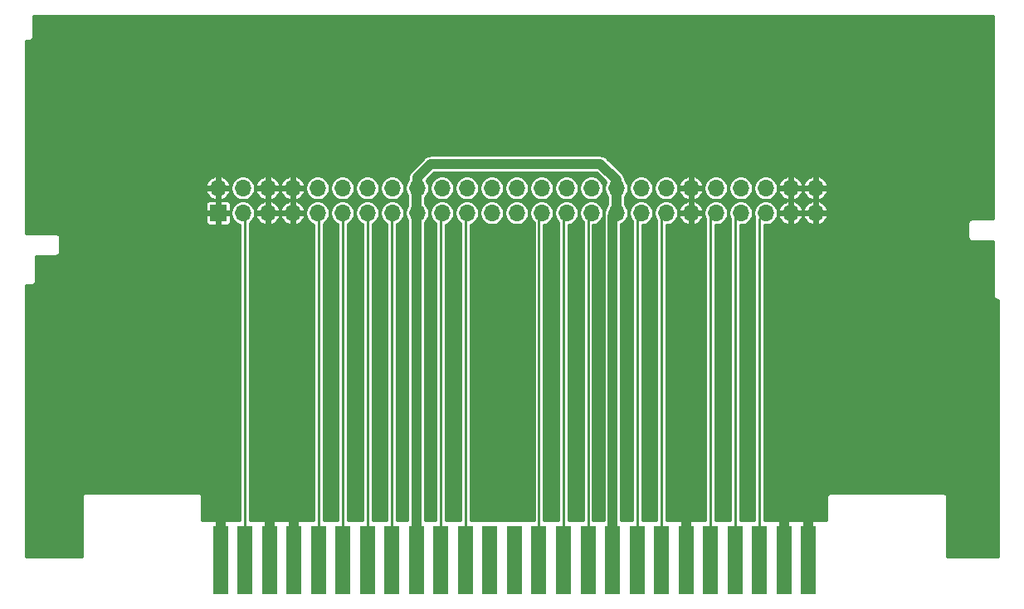
<source format=gbl>
G04 #@! TF.GenerationSoftware,KiCad,Pcbnew,5.1.10*
G04 #@! TF.CreationDate,2021-08-16T17:54:08+02:00*
G04 #@! TF.ProjectId,brutzelkarte,62727574-7a65-46c6-9b61-7274652e6b69,rev?*
G04 #@! TF.SameCoordinates,Original*
G04 #@! TF.FileFunction,Copper,L2,Bot*
G04 #@! TF.FilePolarity,Positive*
%FSLAX46Y46*%
G04 Gerber Fmt 4.6, Leading zero omitted, Abs format (unit mm)*
G04 Created by KiCad (PCBNEW 5.1.10) date 2021-08-16 17:54:08*
%MOMM*%
%LPD*%
G01*
G04 APERTURE LIST*
G04 #@! TA.AperFunction,ComponentPad*
%ADD10O,1.700000X1.700000*%
G04 #@! TD*
G04 #@! TA.AperFunction,ComponentPad*
%ADD11R,1.700000X1.700000*%
G04 #@! TD*
G04 #@! TA.AperFunction,SMDPad,CuDef*
%ADD12R,1.500000X7.000000*%
G04 #@! TD*
G04 #@! TA.AperFunction,ComponentPad*
%ADD13C,2.500000*%
G04 #@! TD*
G04 #@! TA.AperFunction,ViaPad*
%ADD14C,0.600000*%
G04 #@! TD*
G04 #@! TA.AperFunction,Conductor*
%ADD15C,1.000000*%
G04 #@! TD*
G04 #@! TA.AperFunction,Conductor*
%ADD16C,0.250000*%
G04 #@! TD*
G04 #@! TA.AperFunction,Conductor*
%ADD17C,0.254000*%
G04 #@! TD*
G04 #@! TA.AperFunction,Conductor*
%ADD18C,0.100000*%
G04 #@! TD*
G04 APERTURE END LIST*
D10*
X163460000Y-87960000D03*
X163460000Y-90500000D03*
X160920000Y-87960000D03*
X160920000Y-90500000D03*
X158380000Y-87960000D03*
X158380000Y-90500000D03*
X155840000Y-87960000D03*
X155840000Y-90500000D03*
X153300000Y-87960000D03*
X153300000Y-90500000D03*
X150760000Y-87960000D03*
X150760000Y-90500000D03*
X148220000Y-87960000D03*
X148220000Y-90500000D03*
X145680000Y-87960000D03*
X145680000Y-90500000D03*
X143140000Y-87960000D03*
X143140000Y-90500000D03*
X140600000Y-87960000D03*
X140600000Y-90500000D03*
X138060000Y-87960000D03*
X138060000Y-90500000D03*
X135520000Y-87960000D03*
X135520000Y-90500000D03*
X132980000Y-87960000D03*
X132980000Y-90500000D03*
X130440000Y-87960000D03*
X130440000Y-90500000D03*
X127900000Y-87960000D03*
X127900000Y-90500000D03*
X125360000Y-87960000D03*
X125360000Y-90500000D03*
X122820000Y-87960000D03*
X122820000Y-90500000D03*
X120280000Y-87960000D03*
X120280000Y-90500000D03*
X117740000Y-87960000D03*
X117740000Y-90500000D03*
X115200000Y-87960000D03*
X115200000Y-90500000D03*
X112660000Y-87960000D03*
X112660000Y-90500000D03*
X110120000Y-87960000D03*
X110120000Y-90500000D03*
X107580000Y-87960000D03*
X107580000Y-90500000D03*
X105040000Y-87960000D03*
X105040000Y-90500000D03*
X102500000Y-87960000D03*
D11*
X102500000Y-90500000D03*
D12*
X102750000Y-126000000D03*
X105250000Y-126000000D03*
X107750000Y-126000000D03*
X110250000Y-126000000D03*
X112750000Y-126000000D03*
X115250000Y-126000000D03*
X117750000Y-126000000D03*
X120250000Y-126000000D03*
X122750000Y-126000000D03*
X125250000Y-126000000D03*
X127750000Y-126000000D03*
X130250000Y-126000000D03*
X132750000Y-126000000D03*
X135250000Y-126000000D03*
X137750000Y-126000000D03*
X140250000Y-126000000D03*
X142750000Y-126000000D03*
X145250000Y-126000000D03*
X147750000Y-126000000D03*
X150250000Y-126000000D03*
X152750000Y-126000000D03*
X155250000Y-126000000D03*
X157750000Y-126000000D03*
X160250000Y-126000000D03*
X162750000Y-126000000D03*
D13*
X180150000Y-122600000D03*
X85350000Y-122600000D03*
D14*
X114000000Y-94500000D03*
X116500000Y-94500000D03*
X119000000Y-94500000D03*
X121500000Y-94500000D03*
X124000000Y-94500000D03*
X126500000Y-94500000D03*
X129000000Y-94500000D03*
X131500000Y-94500000D03*
X134000000Y-94500000D03*
X136500000Y-94500000D03*
X139000000Y-94500000D03*
X141500000Y-94500000D03*
X144000000Y-94500000D03*
X146500000Y-94500000D03*
X149000000Y-94500000D03*
X151500000Y-94500000D03*
X154000000Y-94500000D03*
X156500000Y-94500000D03*
X159000000Y-94500000D03*
X111500000Y-94500000D03*
X109000000Y-94500000D03*
X106500000Y-94500000D03*
X104000000Y-94500000D03*
X124000000Y-98500000D03*
X126500000Y-98500000D03*
X129000000Y-98500000D03*
X136500000Y-98500000D03*
X139000000Y-98500000D03*
X149000000Y-98500000D03*
X121500000Y-98500000D03*
X106500000Y-98500000D03*
X159000000Y-98500000D03*
X104000000Y-98500000D03*
X109000000Y-98500000D03*
X131500000Y-98500000D03*
X116500000Y-98500000D03*
X154000000Y-98500000D03*
X151500000Y-98500000D03*
X144000000Y-98500000D03*
X146500000Y-98500000D03*
X134000000Y-98500000D03*
X119000000Y-98500000D03*
X156500000Y-98500000D03*
X114000000Y-98500000D03*
X141500000Y-98500000D03*
X111500000Y-98500000D03*
X104000000Y-102500000D03*
X126500000Y-102500000D03*
X109000000Y-102500000D03*
X111500000Y-102500000D03*
X159000000Y-102500000D03*
X124000000Y-102500000D03*
X156500000Y-102500000D03*
X151500000Y-102500000D03*
X129000000Y-102500000D03*
X131500000Y-102500000D03*
X154000000Y-102500000D03*
X121500000Y-102500000D03*
X134000000Y-102500000D03*
X114000000Y-102500000D03*
X149000000Y-102500000D03*
X136500000Y-102500000D03*
X144000000Y-102500000D03*
X141500000Y-102500000D03*
X146500000Y-102500000D03*
X139000000Y-102500000D03*
X116500000Y-102500000D03*
X119000000Y-102500000D03*
X106500000Y-102500000D03*
X151500000Y-106500000D03*
X136500000Y-106500000D03*
X154000000Y-106500000D03*
X116500000Y-106500000D03*
X114000000Y-106500000D03*
X106500000Y-106500000D03*
X146500000Y-106500000D03*
X144000000Y-106500000D03*
X156500000Y-106500000D03*
X121500000Y-106500000D03*
X104000000Y-106500000D03*
X139000000Y-106500000D03*
X124000000Y-106500000D03*
X109000000Y-106500000D03*
X134000000Y-106500000D03*
X126500000Y-106500000D03*
X119000000Y-106500000D03*
X131500000Y-106500000D03*
X129000000Y-106500000D03*
X111500000Y-106500000D03*
X149000000Y-106500000D03*
X141500000Y-106500000D03*
X159000000Y-106500000D03*
X156500000Y-110500000D03*
X114000000Y-110500000D03*
X119000000Y-110500000D03*
X126500000Y-110500000D03*
X144000000Y-110500000D03*
X116500000Y-110500000D03*
X151500000Y-110500000D03*
X109000000Y-110500000D03*
X159000000Y-110500000D03*
X124000000Y-110500000D03*
X154000000Y-110500000D03*
X106500000Y-110500000D03*
X129000000Y-110500000D03*
X111500000Y-110500000D03*
X121500000Y-110500000D03*
X104000000Y-110500000D03*
X149000000Y-110500000D03*
X139000000Y-110500000D03*
X141500000Y-110500000D03*
X146500000Y-110500000D03*
X131500000Y-110500000D03*
X136500000Y-110500000D03*
X134000000Y-110500000D03*
X104000000Y-114500000D03*
X106500000Y-114500000D03*
X156500000Y-114500000D03*
X121500000Y-114500000D03*
X141500000Y-114500000D03*
X124000000Y-114500000D03*
X109000000Y-114500000D03*
X154000000Y-114500000D03*
X111500000Y-114500000D03*
X136500000Y-114500000D03*
X151500000Y-114500000D03*
X119000000Y-114500000D03*
X126500000Y-114500000D03*
X129000000Y-114500000D03*
X144000000Y-114500000D03*
X159000000Y-114500000D03*
X131500000Y-114500000D03*
X116500000Y-114500000D03*
X149000000Y-114500000D03*
X114000000Y-114500000D03*
X146500000Y-114500000D03*
X139000000Y-114500000D03*
X134000000Y-114500000D03*
X124000000Y-118500000D03*
X149000000Y-118500000D03*
X141500000Y-118500000D03*
X121500000Y-118500000D03*
X134000000Y-118500000D03*
X146500000Y-118500000D03*
X144000000Y-118500000D03*
X154000000Y-118500000D03*
X114000000Y-118500000D03*
X111500000Y-118500000D03*
X156500000Y-118500000D03*
X119000000Y-118500000D03*
X131500000Y-118500000D03*
X116500000Y-118500000D03*
X126500000Y-118500000D03*
X159000000Y-118500000D03*
X104000000Y-118500000D03*
X151500000Y-118500000D03*
X109000000Y-118500000D03*
X129000000Y-118500000D03*
X106500000Y-118500000D03*
X136500000Y-118500000D03*
X139000000Y-118500000D03*
D15*
X162750000Y-126000000D02*
X162750000Y-120250000D01*
X160250000Y-126000000D02*
X160250000Y-120250000D01*
X150250000Y-126000000D02*
X150250000Y-120750000D01*
X110250000Y-126000000D02*
X110250000Y-120250000D01*
X107750000Y-126000000D02*
X107750000Y-120250000D01*
X102750000Y-126000000D02*
X102750000Y-120250000D01*
X143140000Y-87140000D02*
X143140000Y-87960000D01*
X124180000Y-85500000D02*
X141500000Y-85500000D01*
X141500000Y-85500000D02*
X143140000Y-87140000D01*
X122820000Y-86860000D02*
X124180000Y-85500000D01*
X122820000Y-87960000D02*
X122820000Y-86860000D01*
X122750000Y-88030000D02*
X122820000Y-87960000D01*
X122750000Y-126000000D02*
X122750000Y-88030000D01*
X142750000Y-90890000D02*
X143140000Y-90500000D01*
X142750000Y-126000000D02*
X142750000Y-90890000D01*
X143140000Y-90500000D02*
X143140000Y-87960000D01*
D16*
X127750000Y-90650000D02*
X127900000Y-90500000D01*
X127750000Y-126000000D02*
X127750000Y-90650000D01*
X125250000Y-90610000D02*
X125360000Y-90500000D01*
X125250000Y-126000000D02*
X125250000Y-90610000D01*
X120250000Y-90530000D02*
X120280000Y-90500000D01*
X120250000Y-126000000D02*
X120250000Y-90530000D01*
X117750000Y-90510000D02*
X117740000Y-90500000D01*
X117750000Y-126000000D02*
X117750000Y-90510000D01*
X115250000Y-90550000D02*
X115200000Y-90500000D01*
X115250000Y-126000000D02*
X115250000Y-90550000D01*
X112750000Y-90590000D02*
X112660000Y-90500000D01*
X112750000Y-126000000D02*
X112750000Y-90590000D01*
X157750000Y-91130000D02*
X158380000Y-90500000D01*
X157750000Y-126000000D02*
X157750000Y-113630000D01*
X157750000Y-91130000D02*
X157750000Y-113630000D01*
X155250000Y-91090000D02*
X155840000Y-90500000D01*
X155250000Y-126000000D02*
X155250000Y-91000000D01*
X152750000Y-91050000D02*
X153300000Y-90500000D01*
X152750000Y-126000000D02*
X152750000Y-91050000D01*
X147750000Y-90970000D02*
X148220000Y-90500000D01*
X147750000Y-126000000D02*
X147750000Y-90970000D01*
X145250000Y-90930000D02*
X145680000Y-90500000D01*
X145250000Y-126000000D02*
X145250000Y-90930000D01*
X140250000Y-90850000D02*
X140600000Y-90500000D01*
X140250000Y-126000000D02*
X140250000Y-90850000D01*
X137750000Y-90810000D02*
X138060000Y-90500000D01*
X137750000Y-126000000D02*
X137750000Y-90810000D01*
X135250000Y-90770000D02*
X135520000Y-90500000D01*
X135250000Y-126000000D02*
X135250000Y-90770000D01*
X105250000Y-90710000D02*
X105040000Y-90500000D01*
X105250000Y-126000000D02*
X105250000Y-90710000D01*
D17*
X181623001Y-91123000D02*
X179418519Y-91123000D01*
X179400000Y-91121176D01*
X179374239Y-91123713D01*
X179326095Y-91128455D01*
X179255030Y-91150012D01*
X179189537Y-91185019D01*
X179132131Y-91232131D01*
X179085019Y-91289537D01*
X179050012Y-91355030D01*
X179028455Y-91426095D01*
X179021176Y-91500000D01*
X179023001Y-91518529D01*
X179023000Y-92981480D01*
X179021176Y-93000000D01*
X179028455Y-93073905D01*
X179050012Y-93144970D01*
X179085019Y-93210463D01*
X179132131Y-93267869D01*
X179189537Y-93314981D01*
X179255030Y-93349988D01*
X179326095Y-93371545D01*
X179400000Y-93378824D01*
X179418519Y-93377000D01*
X181623000Y-93377000D01*
X181623001Y-98981471D01*
X181621176Y-99000000D01*
X181628455Y-99073905D01*
X181650012Y-99144970D01*
X181685019Y-99210463D01*
X181732131Y-99267869D01*
X181789537Y-99314981D01*
X181855030Y-99349988D01*
X181926095Y-99371545D01*
X181981481Y-99377000D01*
X182000000Y-99378824D01*
X182018519Y-99377000D01*
X182123001Y-99377000D01*
X182123000Y-125623000D01*
X176877000Y-125623000D01*
X176877000Y-119518519D01*
X176878824Y-119500000D01*
X176871545Y-119426095D01*
X176849988Y-119355030D01*
X176814981Y-119289537D01*
X176767869Y-119232131D01*
X176710463Y-119185019D01*
X176644970Y-119150012D01*
X176573905Y-119128455D01*
X176518519Y-119123000D01*
X176500000Y-119121176D01*
X176481481Y-119123000D01*
X165018519Y-119123000D01*
X165000000Y-119121176D01*
X164981481Y-119123000D01*
X164926095Y-119128455D01*
X164855030Y-119150012D01*
X164789537Y-119185019D01*
X164732131Y-119232131D01*
X164685019Y-119289537D01*
X164650012Y-119355030D01*
X164628455Y-119426095D01*
X164621176Y-119500000D01*
X164623001Y-119518530D01*
X164623001Y-121903000D01*
X158252000Y-121903000D01*
X158252000Y-91725578D01*
X158259151Y-91727000D01*
X158500849Y-91727000D01*
X158737903Y-91679847D01*
X158961202Y-91587353D01*
X159162167Y-91453073D01*
X159333073Y-91282167D01*
X159467353Y-91081202D01*
X159555334Y-90868796D01*
X159697405Y-90868796D01*
X159792845Y-91100226D01*
X159931601Y-91308590D01*
X160108341Y-91485880D01*
X160316272Y-91625283D01*
X160547404Y-91721442D01*
X160551205Y-91722587D01*
X160747000Y-91657392D01*
X160747000Y-90673000D01*
X161093000Y-90673000D01*
X161093000Y-91657392D01*
X161288795Y-91722587D01*
X161292596Y-91721442D01*
X161523728Y-91625283D01*
X161731659Y-91485880D01*
X161908399Y-91308590D01*
X162047155Y-91100226D01*
X162142595Y-90868796D01*
X162237405Y-90868796D01*
X162332845Y-91100226D01*
X162471601Y-91308590D01*
X162648341Y-91485880D01*
X162856272Y-91625283D01*
X163087404Y-91721442D01*
X163091205Y-91722587D01*
X163287000Y-91657392D01*
X163287000Y-90673000D01*
X163633000Y-90673000D01*
X163633000Y-91657392D01*
X163828795Y-91722587D01*
X163832596Y-91721442D01*
X164063728Y-91625283D01*
X164271659Y-91485880D01*
X164448399Y-91308590D01*
X164587155Y-91100226D01*
X164682595Y-90868796D01*
X164618485Y-90673000D01*
X163633000Y-90673000D01*
X163287000Y-90673000D01*
X162301515Y-90673000D01*
X162237405Y-90868796D01*
X162142595Y-90868796D01*
X162078485Y-90673000D01*
X161093000Y-90673000D01*
X160747000Y-90673000D01*
X159761515Y-90673000D01*
X159697405Y-90868796D01*
X159555334Y-90868796D01*
X159559847Y-90857903D01*
X159607000Y-90620849D01*
X159607000Y-90379151D01*
X159559847Y-90142097D01*
X159555335Y-90131204D01*
X159697405Y-90131204D01*
X159761515Y-90327000D01*
X160747000Y-90327000D01*
X160747000Y-89342608D01*
X161093000Y-89342608D01*
X161093000Y-90327000D01*
X162078485Y-90327000D01*
X162142595Y-90131204D01*
X162237405Y-90131204D01*
X162301515Y-90327000D01*
X163287000Y-90327000D01*
X163287000Y-89342608D01*
X163633000Y-89342608D01*
X163633000Y-90327000D01*
X164618485Y-90327000D01*
X164682595Y-90131204D01*
X164587155Y-89899774D01*
X164448399Y-89691410D01*
X164271659Y-89514120D01*
X164063728Y-89374717D01*
X163832596Y-89278558D01*
X163828795Y-89277413D01*
X163633000Y-89342608D01*
X163287000Y-89342608D01*
X163091205Y-89277413D01*
X163087404Y-89278558D01*
X162856272Y-89374717D01*
X162648341Y-89514120D01*
X162471601Y-89691410D01*
X162332845Y-89899774D01*
X162237405Y-90131204D01*
X162142595Y-90131204D01*
X162047155Y-89899774D01*
X161908399Y-89691410D01*
X161731659Y-89514120D01*
X161523728Y-89374717D01*
X161292596Y-89278558D01*
X161288795Y-89277413D01*
X161093000Y-89342608D01*
X160747000Y-89342608D01*
X160551205Y-89277413D01*
X160547404Y-89278558D01*
X160316272Y-89374717D01*
X160108341Y-89514120D01*
X159931601Y-89691410D01*
X159792845Y-89899774D01*
X159697405Y-90131204D01*
X159555335Y-90131204D01*
X159467353Y-89918798D01*
X159333073Y-89717833D01*
X159162167Y-89546927D01*
X158961202Y-89412647D01*
X158737903Y-89320153D01*
X158500849Y-89273000D01*
X158259151Y-89273000D01*
X158022097Y-89320153D01*
X157798798Y-89412647D01*
X157597833Y-89546927D01*
X157426927Y-89717833D01*
X157292647Y-89918798D01*
X157200153Y-90142097D01*
X157153000Y-90379151D01*
X157153000Y-90620849D01*
X157200153Y-90857903D01*
X157262380Y-91008132D01*
X157255264Y-91031592D01*
X157248000Y-91105348D01*
X157248000Y-91105357D01*
X157245573Y-91130000D01*
X157248000Y-91154643D01*
X157248001Y-113605347D01*
X157248000Y-121903000D01*
X155752000Y-121903000D01*
X155752000Y-91727000D01*
X155960849Y-91727000D01*
X156197903Y-91679847D01*
X156421202Y-91587353D01*
X156622167Y-91453073D01*
X156793073Y-91282167D01*
X156927353Y-91081202D01*
X157019847Y-90857903D01*
X157067000Y-90620849D01*
X157067000Y-90379151D01*
X157019847Y-90142097D01*
X156927353Y-89918798D01*
X156793073Y-89717833D01*
X156622167Y-89546927D01*
X156421202Y-89412647D01*
X156197903Y-89320153D01*
X155960849Y-89273000D01*
X155719151Y-89273000D01*
X155482097Y-89320153D01*
X155258798Y-89412647D01*
X155057833Y-89546927D01*
X154886927Y-89717833D01*
X154752647Y-89918798D01*
X154660153Y-90142097D01*
X154613000Y-90379151D01*
X154613000Y-90620849D01*
X154660153Y-90857903D01*
X154747632Y-91069095D01*
X154745573Y-91090000D01*
X154748001Y-91114653D01*
X154748000Y-121903000D01*
X153252000Y-121903000D01*
X153252000Y-91727000D01*
X153420849Y-91727000D01*
X153657903Y-91679847D01*
X153881202Y-91587353D01*
X154082167Y-91453073D01*
X154253073Y-91282167D01*
X154387353Y-91081202D01*
X154479847Y-90857903D01*
X154527000Y-90620849D01*
X154527000Y-90379151D01*
X154479847Y-90142097D01*
X154387353Y-89918798D01*
X154253073Y-89717833D01*
X154082167Y-89546927D01*
X153881202Y-89412647D01*
X153657903Y-89320153D01*
X153420849Y-89273000D01*
X153179151Y-89273000D01*
X152942097Y-89320153D01*
X152718798Y-89412647D01*
X152517833Y-89546927D01*
X152346927Y-89717833D01*
X152212647Y-89918798D01*
X152120153Y-90142097D01*
X152073000Y-90379151D01*
X152073000Y-90620849D01*
X152120153Y-90857903D01*
X152212647Y-91081202D01*
X152248001Y-91134113D01*
X152248000Y-121903000D01*
X148252000Y-121903000D01*
X148252000Y-91727000D01*
X148340849Y-91727000D01*
X148577903Y-91679847D01*
X148801202Y-91587353D01*
X149002167Y-91453073D01*
X149173073Y-91282167D01*
X149307353Y-91081202D01*
X149395334Y-90868796D01*
X149537405Y-90868796D01*
X149632845Y-91100226D01*
X149771601Y-91308590D01*
X149948341Y-91485880D01*
X150156272Y-91625283D01*
X150387404Y-91721442D01*
X150391205Y-91722587D01*
X150587000Y-91657392D01*
X150587000Y-90673000D01*
X150933000Y-90673000D01*
X150933000Y-91657392D01*
X151128795Y-91722587D01*
X151132596Y-91721442D01*
X151363728Y-91625283D01*
X151571659Y-91485880D01*
X151748399Y-91308590D01*
X151887155Y-91100226D01*
X151982595Y-90868796D01*
X151918485Y-90673000D01*
X150933000Y-90673000D01*
X150587000Y-90673000D01*
X149601515Y-90673000D01*
X149537405Y-90868796D01*
X149395334Y-90868796D01*
X149399847Y-90857903D01*
X149447000Y-90620849D01*
X149447000Y-90379151D01*
X149399847Y-90142097D01*
X149395335Y-90131204D01*
X149537405Y-90131204D01*
X149601515Y-90327000D01*
X150587000Y-90327000D01*
X150587000Y-89342608D01*
X150933000Y-89342608D01*
X150933000Y-90327000D01*
X151918485Y-90327000D01*
X151982595Y-90131204D01*
X151887155Y-89899774D01*
X151748399Y-89691410D01*
X151571659Y-89514120D01*
X151363728Y-89374717D01*
X151132596Y-89278558D01*
X151128795Y-89277413D01*
X150933000Y-89342608D01*
X150587000Y-89342608D01*
X150391205Y-89277413D01*
X150387404Y-89278558D01*
X150156272Y-89374717D01*
X149948341Y-89514120D01*
X149771601Y-89691410D01*
X149632845Y-89899774D01*
X149537405Y-90131204D01*
X149395335Y-90131204D01*
X149307353Y-89918798D01*
X149173073Y-89717833D01*
X149002167Y-89546927D01*
X148801202Y-89412647D01*
X148577903Y-89320153D01*
X148340849Y-89273000D01*
X148099151Y-89273000D01*
X147862097Y-89320153D01*
X147638798Y-89412647D01*
X147437833Y-89546927D01*
X147266927Y-89717833D01*
X147132647Y-89918798D01*
X147040153Y-90142097D01*
X146993000Y-90379151D01*
X146993000Y-90620849D01*
X147040153Y-90857903D01*
X147132647Y-91081202D01*
X147248001Y-91253842D01*
X147248000Y-121903000D01*
X145752000Y-121903000D01*
X145752000Y-91727000D01*
X145800849Y-91727000D01*
X146037903Y-91679847D01*
X146261202Y-91587353D01*
X146462167Y-91453073D01*
X146633073Y-91282167D01*
X146767353Y-91081202D01*
X146859847Y-90857903D01*
X146907000Y-90620849D01*
X146907000Y-90379151D01*
X146859847Y-90142097D01*
X146767353Y-89918798D01*
X146633073Y-89717833D01*
X146462167Y-89546927D01*
X146261202Y-89412647D01*
X146037903Y-89320153D01*
X145800849Y-89273000D01*
X145559151Y-89273000D01*
X145322097Y-89320153D01*
X145098798Y-89412647D01*
X144897833Y-89546927D01*
X144726927Y-89717833D01*
X144592647Y-89918798D01*
X144500153Y-90142097D01*
X144453000Y-90379151D01*
X144453000Y-90620849D01*
X144500153Y-90857903D01*
X144592647Y-91081202D01*
X144726927Y-91282167D01*
X144748001Y-91303241D01*
X144748000Y-121903000D01*
X143627000Y-121903000D01*
X143627000Y-91626373D01*
X143721202Y-91587353D01*
X143922167Y-91453073D01*
X144093073Y-91282167D01*
X144227353Y-91081202D01*
X144319847Y-90857903D01*
X144367000Y-90620849D01*
X144367000Y-90379151D01*
X144319847Y-90142097D01*
X144227353Y-89918798D01*
X144093073Y-89717833D01*
X144017000Y-89641760D01*
X144017000Y-88818240D01*
X144093073Y-88742167D01*
X144227353Y-88541202D01*
X144319847Y-88317903D01*
X144367000Y-88080849D01*
X144367000Y-87839151D01*
X144453000Y-87839151D01*
X144453000Y-88080849D01*
X144500153Y-88317903D01*
X144592647Y-88541202D01*
X144726927Y-88742167D01*
X144897833Y-88913073D01*
X145098798Y-89047353D01*
X145322097Y-89139847D01*
X145559151Y-89187000D01*
X145800849Y-89187000D01*
X146037903Y-89139847D01*
X146261202Y-89047353D01*
X146462167Y-88913073D01*
X146633073Y-88742167D01*
X146767353Y-88541202D01*
X146859847Y-88317903D01*
X146907000Y-88080849D01*
X146907000Y-87839151D01*
X146993000Y-87839151D01*
X146993000Y-88080849D01*
X147040153Y-88317903D01*
X147132647Y-88541202D01*
X147266927Y-88742167D01*
X147437833Y-88913073D01*
X147638798Y-89047353D01*
X147862097Y-89139847D01*
X148099151Y-89187000D01*
X148340849Y-89187000D01*
X148577903Y-89139847D01*
X148801202Y-89047353D01*
X149002167Y-88913073D01*
X149173073Y-88742167D01*
X149307353Y-88541202D01*
X149395334Y-88328796D01*
X149537405Y-88328796D01*
X149632845Y-88560226D01*
X149771601Y-88768590D01*
X149948341Y-88945880D01*
X150156272Y-89085283D01*
X150387404Y-89181442D01*
X150391205Y-89182587D01*
X150587000Y-89117392D01*
X150587000Y-88133000D01*
X150933000Y-88133000D01*
X150933000Y-89117392D01*
X151128795Y-89182587D01*
X151132596Y-89181442D01*
X151363728Y-89085283D01*
X151571659Y-88945880D01*
X151748399Y-88768590D01*
X151887155Y-88560226D01*
X151982595Y-88328796D01*
X151918485Y-88133000D01*
X150933000Y-88133000D01*
X150587000Y-88133000D01*
X149601515Y-88133000D01*
X149537405Y-88328796D01*
X149395334Y-88328796D01*
X149399847Y-88317903D01*
X149447000Y-88080849D01*
X149447000Y-87839151D01*
X152073000Y-87839151D01*
X152073000Y-88080849D01*
X152120153Y-88317903D01*
X152212647Y-88541202D01*
X152346927Y-88742167D01*
X152517833Y-88913073D01*
X152718798Y-89047353D01*
X152942097Y-89139847D01*
X153179151Y-89187000D01*
X153420849Y-89187000D01*
X153657903Y-89139847D01*
X153881202Y-89047353D01*
X154082167Y-88913073D01*
X154253073Y-88742167D01*
X154387353Y-88541202D01*
X154479847Y-88317903D01*
X154527000Y-88080849D01*
X154527000Y-87839151D01*
X154613000Y-87839151D01*
X154613000Y-88080849D01*
X154660153Y-88317903D01*
X154752647Y-88541202D01*
X154886927Y-88742167D01*
X155057833Y-88913073D01*
X155258798Y-89047353D01*
X155482097Y-89139847D01*
X155719151Y-89187000D01*
X155960849Y-89187000D01*
X156197903Y-89139847D01*
X156421202Y-89047353D01*
X156622167Y-88913073D01*
X156793073Y-88742167D01*
X156927353Y-88541202D01*
X157019847Y-88317903D01*
X157067000Y-88080849D01*
X157067000Y-87839151D01*
X157153000Y-87839151D01*
X157153000Y-88080849D01*
X157200153Y-88317903D01*
X157292647Y-88541202D01*
X157426927Y-88742167D01*
X157597833Y-88913073D01*
X157798798Y-89047353D01*
X158022097Y-89139847D01*
X158259151Y-89187000D01*
X158500849Y-89187000D01*
X158737903Y-89139847D01*
X158961202Y-89047353D01*
X159162167Y-88913073D01*
X159333073Y-88742167D01*
X159467353Y-88541202D01*
X159555334Y-88328796D01*
X159697405Y-88328796D01*
X159792845Y-88560226D01*
X159931601Y-88768590D01*
X160108341Y-88945880D01*
X160316272Y-89085283D01*
X160547404Y-89181442D01*
X160551205Y-89182587D01*
X160747000Y-89117392D01*
X160747000Y-88133000D01*
X161093000Y-88133000D01*
X161093000Y-89117392D01*
X161288795Y-89182587D01*
X161292596Y-89181442D01*
X161523728Y-89085283D01*
X161731659Y-88945880D01*
X161908399Y-88768590D01*
X162047155Y-88560226D01*
X162142595Y-88328796D01*
X162237405Y-88328796D01*
X162332845Y-88560226D01*
X162471601Y-88768590D01*
X162648341Y-88945880D01*
X162856272Y-89085283D01*
X163087404Y-89181442D01*
X163091205Y-89182587D01*
X163287000Y-89117392D01*
X163287000Y-88133000D01*
X163633000Y-88133000D01*
X163633000Y-89117392D01*
X163828795Y-89182587D01*
X163832596Y-89181442D01*
X164063728Y-89085283D01*
X164271659Y-88945880D01*
X164448399Y-88768590D01*
X164587155Y-88560226D01*
X164682595Y-88328796D01*
X164618485Y-88133000D01*
X163633000Y-88133000D01*
X163287000Y-88133000D01*
X162301515Y-88133000D01*
X162237405Y-88328796D01*
X162142595Y-88328796D01*
X162078485Y-88133000D01*
X161093000Y-88133000D01*
X160747000Y-88133000D01*
X159761515Y-88133000D01*
X159697405Y-88328796D01*
X159555334Y-88328796D01*
X159559847Y-88317903D01*
X159607000Y-88080849D01*
X159607000Y-87839151D01*
X159559847Y-87602097D01*
X159555335Y-87591204D01*
X159697405Y-87591204D01*
X159761515Y-87787000D01*
X160747000Y-87787000D01*
X160747000Y-86802608D01*
X161093000Y-86802608D01*
X161093000Y-87787000D01*
X162078485Y-87787000D01*
X162142595Y-87591204D01*
X162237405Y-87591204D01*
X162301515Y-87787000D01*
X163287000Y-87787000D01*
X163287000Y-86802608D01*
X163633000Y-86802608D01*
X163633000Y-87787000D01*
X164618485Y-87787000D01*
X164682595Y-87591204D01*
X164587155Y-87359774D01*
X164448399Y-87151410D01*
X164271659Y-86974120D01*
X164063728Y-86834717D01*
X163832596Y-86738558D01*
X163828795Y-86737413D01*
X163633000Y-86802608D01*
X163287000Y-86802608D01*
X163091205Y-86737413D01*
X163087404Y-86738558D01*
X162856272Y-86834717D01*
X162648341Y-86974120D01*
X162471601Y-87151410D01*
X162332845Y-87359774D01*
X162237405Y-87591204D01*
X162142595Y-87591204D01*
X162047155Y-87359774D01*
X161908399Y-87151410D01*
X161731659Y-86974120D01*
X161523728Y-86834717D01*
X161292596Y-86738558D01*
X161288795Y-86737413D01*
X161093000Y-86802608D01*
X160747000Y-86802608D01*
X160551205Y-86737413D01*
X160547404Y-86738558D01*
X160316272Y-86834717D01*
X160108341Y-86974120D01*
X159931601Y-87151410D01*
X159792845Y-87359774D01*
X159697405Y-87591204D01*
X159555335Y-87591204D01*
X159467353Y-87378798D01*
X159333073Y-87177833D01*
X159162167Y-87006927D01*
X158961202Y-86872647D01*
X158737903Y-86780153D01*
X158500849Y-86733000D01*
X158259151Y-86733000D01*
X158022097Y-86780153D01*
X157798798Y-86872647D01*
X157597833Y-87006927D01*
X157426927Y-87177833D01*
X157292647Y-87378798D01*
X157200153Y-87602097D01*
X157153000Y-87839151D01*
X157067000Y-87839151D01*
X157019847Y-87602097D01*
X156927353Y-87378798D01*
X156793073Y-87177833D01*
X156622167Y-87006927D01*
X156421202Y-86872647D01*
X156197903Y-86780153D01*
X155960849Y-86733000D01*
X155719151Y-86733000D01*
X155482097Y-86780153D01*
X155258798Y-86872647D01*
X155057833Y-87006927D01*
X154886927Y-87177833D01*
X154752647Y-87378798D01*
X154660153Y-87602097D01*
X154613000Y-87839151D01*
X154527000Y-87839151D01*
X154479847Y-87602097D01*
X154387353Y-87378798D01*
X154253073Y-87177833D01*
X154082167Y-87006927D01*
X153881202Y-86872647D01*
X153657903Y-86780153D01*
X153420849Y-86733000D01*
X153179151Y-86733000D01*
X152942097Y-86780153D01*
X152718798Y-86872647D01*
X152517833Y-87006927D01*
X152346927Y-87177833D01*
X152212647Y-87378798D01*
X152120153Y-87602097D01*
X152073000Y-87839151D01*
X149447000Y-87839151D01*
X149399847Y-87602097D01*
X149395335Y-87591204D01*
X149537405Y-87591204D01*
X149601515Y-87787000D01*
X150587000Y-87787000D01*
X150587000Y-86802608D01*
X150933000Y-86802608D01*
X150933000Y-87787000D01*
X151918485Y-87787000D01*
X151982595Y-87591204D01*
X151887155Y-87359774D01*
X151748399Y-87151410D01*
X151571659Y-86974120D01*
X151363728Y-86834717D01*
X151132596Y-86738558D01*
X151128795Y-86737413D01*
X150933000Y-86802608D01*
X150587000Y-86802608D01*
X150391205Y-86737413D01*
X150387404Y-86738558D01*
X150156272Y-86834717D01*
X149948341Y-86974120D01*
X149771601Y-87151410D01*
X149632845Y-87359774D01*
X149537405Y-87591204D01*
X149395335Y-87591204D01*
X149307353Y-87378798D01*
X149173073Y-87177833D01*
X149002167Y-87006927D01*
X148801202Y-86872647D01*
X148577903Y-86780153D01*
X148340849Y-86733000D01*
X148099151Y-86733000D01*
X147862097Y-86780153D01*
X147638798Y-86872647D01*
X147437833Y-87006927D01*
X147266927Y-87177833D01*
X147132647Y-87378798D01*
X147040153Y-87602097D01*
X146993000Y-87839151D01*
X146907000Y-87839151D01*
X146859847Y-87602097D01*
X146767353Y-87378798D01*
X146633073Y-87177833D01*
X146462167Y-87006927D01*
X146261202Y-86872647D01*
X146037903Y-86780153D01*
X145800849Y-86733000D01*
X145559151Y-86733000D01*
X145322097Y-86780153D01*
X145098798Y-86872647D01*
X144897833Y-87006927D01*
X144726927Y-87177833D01*
X144592647Y-87378798D01*
X144500153Y-87602097D01*
X144453000Y-87839151D01*
X144367000Y-87839151D01*
X144319847Y-87602097D01*
X144227353Y-87378798D01*
X144093073Y-87177833D01*
X144017528Y-87102288D01*
X144017000Y-87096930D01*
X144017000Y-87096921D01*
X144004310Y-86968078D01*
X143954162Y-86802763D01*
X143872727Y-86650408D01*
X143763133Y-86516867D01*
X143729669Y-86489404D01*
X142150597Y-84910332D01*
X142123133Y-84876867D01*
X141989592Y-84767273D01*
X141837237Y-84685838D01*
X141671922Y-84635690D01*
X141543079Y-84623000D01*
X141500000Y-84618757D01*
X141456921Y-84623000D01*
X124223069Y-84623000D01*
X124179999Y-84618758D01*
X124136930Y-84623000D01*
X124136921Y-84623000D01*
X124008078Y-84635690D01*
X123842763Y-84685838D01*
X123690408Y-84767273D01*
X123556867Y-84876867D01*
X123529403Y-84910332D01*
X122230327Y-86209408D01*
X122196868Y-86236867D01*
X122169409Y-86270326D01*
X122169406Y-86270329D01*
X122087274Y-86370408D01*
X122005838Y-86522764D01*
X121955690Y-86688078D01*
X121938757Y-86860000D01*
X121943001Y-86903089D01*
X121943001Y-87101759D01*
X121866927Y-87177833D01*
X121732647Y-87378798D01*
X121640153Y-87602097D01*
X121593000Y-87839151D01*
X121593000Y-88080849D01*
X121640153Y-88317903D01*
X121732647Y-88541202D01*
X121866927Y-88742167D01*
X121873001Y-88748241D01*
X121873001Y-89711759D01*
X121866927Y-89717833D01*
X121732647Y-89918798D01*
X121640153Y-90142097D01*
X121593000Y-90379151D01*
X121593000Y-90620849D01*
X121640153Y-90857903D01*
X121732647Y-91081202D01*
X121866927Y-91282167D01*
X121873001Y-91288241D01*
X121873000Y-121903000D01*
X120752000Y-121903000D01*
X120752000Y-91632586D01*
X120861202Y-91587353D01*
X121062167Y-91453073D01*
X121233073Y-91282167D01*
X121367353Y-91081202D01*
X121459847Y-90857903D01*
X121507000Y-90620849D01*
X121507000Y-90379151D01*
X121459847Y-90142097D01*
X121367353Y-89918798D01*
X121233073Y-89717833D01*
X121062167Y-89546927D01*
X120861202Y-89412647D01*
X120637903Y-89320153D01*
X120400849Y-89273000D01*
X120159151Y-89273000D01*
X119922097Y-89320153D01*
X119698798Y-89412647D01*
X119497833Y-89546927D01*
X119326927Y-89717833D01*
X119192647Y-89918798D01*
X119100153Y-90142097D01*
X119053000Y-90379151D01*
X119053000Y-90620849D01*
X119100153Y-90857903D01*
X119192647Y-91081202D01*
X119326927Y-91282167D01*
X119497833Y-91453073D01*
X119698798Y-91587353D01*
X119748001Y-91607734D01*
X119748000Y-121903000D01*
X118252000Y-121903000D01*
X118252000Y-91616018D01*
X118321202Y-91587353D01*
X118522167Y-91453073D01*
X118693073Y-91282167D01*
X118827353Y-91081202D01*
X118919847Y-90857903D01*
X118967000Y-90620849D01*
X118967000Y-90379151D01*
X118919847Y-90142097D01*
X118827353Y-89918798D01*
X118693073Y-89717833D01*
X118522167Y-89546927D01*
X118321202Y-89412647D01*
X118097903Y-89320153D01*
X117860849Y-89273000D01*
X117619151Y-89273000D01*
X117382097Y-89320153D01*
X117158798Y-89412647D01*
X116957833Y-89546927D01*
X116786927Y-89717833D01*
X116652647Y-89918798D01*
X116560153Y-90142097D01*
X116513000Y-90379151D01*
X116513000Y-90620849D01*
X116560153Y-90857903D01*
X116652647Y-91081202D01*
X116786927Y-91282167D01*
X116957833Y-91453073D01*
X117158798Y-91587353D01*
X117248001Y-91624302D01*
X117248000Y-121903000D01*
X115752000Y-121903000D01*
X115752000Y-91599449D01*
X115781202Y-91587353D01*
X115982167Y-91453073D01*
X116153073Y-91282167D01*
X116287353Y-91081202D01*
X116379847Y-90857903D01*
X116427000Y-90620849D01*
X116427000Y-90379151D01*
X116379847Y-90142097D01*
X116287353Y-89918798D01*
X116153073Y-89717833D01*
X115982167Y-89546927D01*
X115781202Y-89412647D01*
X115557903Y-89320153D01*
X115320849Y-89273000D01*
X115079151Y-89273000D01*
X114842097Y-89320153D01*
X114618798Y-89412647D01*
X114417833Y-89546927D01*
X114246927Y-89717833D01*
X114112647Y-89918798D01*
X114020153Y-90142097D01*
X113973000Y-90379151D01*
X113973000Y-90620849D01*
X114020153Y-90857903D01*
X114112647Y-91081202D01*
X114246927Y-91282167D01*
X114417833Y-91453073D01*
X114618798Y-91587353D01*
X114748001Y-91640871D01*
X114748000Y-121903000D01*
X113252000Y-121903000D01*
X113252000Y-91580138D01*
X113442167Y-91453073D01*
X113613073Y-91282167D01*
X113747353Y-91081202D01*
X113839847Y-90857903D01*
X113887000Y-90620849D01*
X113887000Y-90379151D01*
X113839847Y-90142097D01*
X113747353Y-89918798D01*
X113613073Y-89717833D01*
X113442167Y-89546927D01*
X113241202Y-89412647D01*
X113017903Y-89320153D01*
X112780849Y-89273000D01*
X112539151Y-89273000D01*
X112302097Y-89320153D01*
X112078798Y-89412647D01*
X111877833Y-89546927D01*
X111706927Y-89717833D01*
X111572647Y-89918798D01*
X111480153Y-90142097D01*
X111433000Y-90379151D01*
X111433000Y-90620849D01*
X111480153Y-90857903D01*
X111572647Y-91081202D01*
X111706927Y-91282167D01*
X111877833Y-91453073D01*
X112078798Y-91587353D01*
X112248001Y-91657440D01*
X112248000Y-121903000D01*
X105752000Y-121903000D01*
X105752000Y-91499957D01*
X105822167Y-91453073D01*
X105993073Y-91282167D01*
X106127353Y-91081202D01*
X106215334Y-90868796D01*
X106357405Y-90868796D01*
X106452845Y-91100226D01*
X106591601Y-91308590D01*
X106768341Y-91485880D01*
X106976272Y-91625283D01*
X107207404Y-91721442D01*
X107211205Y-91722587D01*
X107407000Y-91657392D01*
X107407000Y-90673000D01*
X107753000Y-90673000D01*
X107753000Y-91657392D01*
X107948795Y-91722587D01*
X107952596Y-91721442D01*
X108183728Y-91625283D01*
X108391659Y-91485880D01*
X108568399Y-91308590D01*
X108707155Y-91100226D01*
X108802595Y-90868796D01*
X108897405Y-90868796D01*
X108992845Y-91100226D01*
X109131601Y-91308590D01*
X109308341Y-91485880D01*
X109516272Y-91625283D01*
X109747404Y-91721442D01*
X109751205Y-91722587D01*
X109947000Y-91657392D01*
X109947000Y-90673000D01*
X110293000Y-90673000D01*
X110293000Y-91657392D01*
X110488795Y-91722587D01*
X110492596Y-91721442D01*
X110723728Y-91625283D01*
X110931659Y-91485880D01*
X111108399Y-91308590D01*
X111247155Y-91100226D01*
X111342595Y-90868796D01*
X111278485Y-90673000D01*
X110293000Y-90673000D01*
X109947000Y-90673000D01*
X108961515Y-90673000D01*
X108897405Y-90868796D01*
X108802595Y-90868796D01*
X108738485Y-90673000D01*
X107753000Y-90673000D01*
X107407000Y-90673000D01*
X106421515Y-90673000D01*
X106357405Y-90868796D01*
X106215334Y-90868796D01*
X106219847Y-90857903D01*
X106267000Y-90620849D01*
X106267000Y-90379151D01*
X106219847Y-90142097D01*
X106215335Y-90131204D01*
X106357405Y-90131204D01*
X106421515Y-90327000D01*
X107407000Y-90327000D01*
X107407000Y-89342608D01*
X107753000Y-89342608D01*
X107753000Y-90327000D01*
X108738485Y-90327000D01*
X108802595Y-90131204D01*
X108897405Y-90131204D01*
X108961515Y-90327000D01*
X109947000Y-90327000D01*
X109947000Y-89342608D01*
X110293000Y-89342608D01*
X110293000Y-90327000D01*
X111278485Y-90327000D01*
X111342595Y-90131204D01*
X111247155Y-89899774D01*
X111108399Y-89691410D01*
X110931659Y-89514120D01*
X110723728Y-89374717D01*
X110492596Y-89278558D01*
X110488795Y-89277413D01*
X110293000Y-89342608D01*
X109947000Y-89342608D01*
X109751205Y-89277413D01*
X109747404Y-89278558D01*
X109516272Y-89374717D01*
X109308341Y-89514120D01*
X109131601Y-89691410D01*
X108992845Y-89899774D01*
X108897405Y-90131204D01*
X108802595Y-90131204D01*
X108707155Y-89899774D01*
X108568399Y-89691410D01*
X108391659Y-89514120D01*
X108183728Y-89374717D01*
X107952596Y-89278558D01*
X107948795Y-89277413D01*
X107753000Y-89342608D01*
X107407000Y-89342608D01*
X107211205Y-89277413D01*
X107207404Y-89278558D01*
X106976272Y-89374717D01*
X106768341Y-89514120D01*
X106591601Y-89691410D01*
X106452845Y-89899774D01*
X106357405Y-90131204D01*
X106215335Y-90131204D01*
X106127353Y-89918798D01*
X105993073Y-89717833D01*
X105822167Y-89546927D01*
X105621202Y-89412647D01*
X105397903Y-89320153D01*
X105160849Y-89273000D01*
X104919151Y-89273000D01*
X104682097Y-89320153D01*
X104458798Y-89412647D01*
X104257833Y-89546927D01*
X104086927Y-89717833D01*
X103952647Y-89918798D01*
X103860153Y-90142097D01*
X103813000Y-90379151D01*
X103813000Y-90620849D01*
X103860153Y-90857903D01*
X103952647Y-91081202D01*
X104086927Y-91282167D01*
X104257833Y-91453073D01*
X104458798Y-91587353D01*
X104682097Y-91679847D01*
X104748001Y-91692956D01*
X104748000Y-121903000D01*
X100877000Y-121903000D01*
X100877000Y-119518519D01*
X100878824Y-119500000D01*
X100871545Y-119426095D01*
X100849988Y-119355030D01*
X100814981Y-119289537D01*
X100767869Y-119232131D01*
X100710463Y-119185019D01*
X100644970Y-119150012D01*
X100573905Y-119128455D01*
X100518519Y-119123000D01*
X100500000Y-119121176D01*
X100481481Y-119123000D01*
X89018519Y-119123000D01*
X89000000Y-119121176D01*
X88981481Y-119123000D01*
X88926095Y-119128455D01*
X88855030Y-119150012D01*
X88789537Y-119185019D01*
X88732131Y-119232131D01*
X88685019Y-119289537D01*
X88650012Y-119355030D01*
X88628455Y-119426095D01*
X88621176Y-119500000D01*
X88623000Y-119518519D01*
X88623001Y-125623000D01*
X82877000Y-125623000D01*
X82877000Y-97877000D01*
X83481481Y-97877000D01*
X83500000Y-97878824D01*
X83518519Y-97877000D01*
X83573905Y-97871545D01*
X83644970Y-97849988D01*
X83710463Y-97814981D01*
X83767869Y-97767869D01*
X83814981Y-97710463D01*
X83849988Y-97644970D01*
X83871545Y-97573905D01*
X83878824Y-97500000D01*
X83877000Y-97481481D01*
X83877000Y-94877000D01*
X85981481Y-94877000D01*
X86000000Y-94878824D01*
X86018519Y-94877000D01*
X86073905Y-94871545D01*
X86144970Y-94849988D01*
X86210463Y-94814981D01*
X86267869Y-94767869D01*
X86314981Y-94710463D01*
X86349988Y-94644970D01*
X86371545Y-94573905D01*
X86378824Y-94500000D01*
X86377000Y-94481481D01*
X86377000Y-93018518D01*
X86378824Y-93000000D01*
X86371545Y-92926095D01*
X86349988Y-92855030D01*
X86314981Y-92789537D01*
X86267869Y-92732131D01*
X86210463Y-92685019D01*
X86144970Y-92650012D01*
X86073905Y-92628455D01*
X86018519Y-92623000D01*
X86000000Y-92621176D01*
X85981481Y-92623000D01*
X82877000Y-92623000D01*
X82877000Y-91350000D01*
X101220934Y-91350000D01*
X101229178Y-91433707D01*
X101253595Y-91514196D01*
X101293245Y-91588376D01*
X101346605Y-91653395D01*
X101411624Y-91706755D01*
X101485804Y-91746405D01*
X101566293Y-91770822D01*
X101650000Y-91779066D01*
X102220250Y-91777000D01*
X102327000Y-91670250D01*
X102327000Y-90673000D01*
X102673000Y-90673000D01*
X102673000Y-91670250D01*
X102779750Y-91777000D01*
X103350000Y-91779066D01*
X103433707Y-91770822D01*
X103514196Y-91746405D01*
X103588376Y-91706755D01*
X103653395Y-91653395D01*
X103706755Y-91588376D01*
X103746405Y-91514196D01*
X103770822Y-91433707D01*
X103779066Y-91350000D01*
X103777000Y-90779750D01*
X103670250Y-90673000D01*
X102673000Y-90673000D01*
X102327000Y-90673000D01*
X101329750Y-90673000D01*
X101223000Y-90779750D01*
X101220934Y-91350000D01*
X82877000Y-91350000D01*
X82877000Y-89650000D01*
X101220934Y-89650000D01*
X101223000Y-90220250D01*
X101329750Y-90327000D01*
X102327000Y-90327000D01*
X102327000Y-89329750D01*
X102673000Y-89329750D01*
X102673000Y-90327000D01*
X103670250Y-90327000D01*
X103777000Y-90220250D01*
X103779066Y-89650000D01*
X103770822Y-89566293D01*
X103746405Y-89485804D01*
X103706755Y-89411624D01*
X103653395Y-89346605D01*
X103588376Y-89293245D01*
X103514196Y-89253595D01*
X103433707Y-89229178D01*
X103350000Y-89220934D01*
X102779750Y-89223000D01*
X102673000Y-89329750D01*
X102327000Y-89329750D01*
X102220250Y-89223000D01*
X101650000Y-89220934D01*
X101566293Y-89229178D01*
X101485804Y-89253595D01*
X101411624Y-89293245D01*
X101346605Y-89346605D01*
X101293245Y-89411624D01*
X101253595Y-89485804D01*
X101229178Y-89566293D01*
X101220934Y-89650000D01*
X82877000Y-89650000D01*
X82877000Y-88328796D01*
X101277405Y-88328796D01*
X101372845Y-88560226D01*
X101511601Y-88768590D01*
X101688341Y-88945880D01*
X101896272Y-89085283D01*
X102127404Y-89181442D01*
X102131205Y-89182587D01*
X102327000Y-89117392D01*
X102327000Y-88133000D01*
X102673000Y-88133000D01*
X102673000Y-89117392D01*
X102868795Y-89182587D01*
X102872596Y-89181442D01*
X103103728Y-89085283D01*
X103311659Y-88945880D01*
X103488399Y-88768590D01*
X103627155Y-88560226D01*
X103722595Y-88328796D01*
X103658485Y-88133000D01*
X102673000Y-88133000D01*
X102327000Y-88133000D01*
X101341515Y-88133000D01*
X101277405Y-88328796D01*
X82877000Y-88328796D01*
X82877000Y-87839151D01*
X103813000Y-87839151D01*
X103813000Y-88080849D01*
X103860153Y-88317903D01*
X103952647Y-88541202D01*
X104086927Y-88742167D01*
X104257833Y-88913073D01*
X104458798Y-89047353D01*
X104682097Y-89139847D01*
X104919151Y-89187000D01*
X105160849Y-89187000D01*
X105397903Y-89139847D01*
X105621202Y-89047353D01*
X105822167Y-88913073D01*
X105993073Y-88742167D01*
X106127353Y-88541202D01*
X106215334Y-88328796D01*
X106357405Y-88328796D01*
X106452845Y-88560226D01*
X106591601Y-88768590D01*
X106768341Y-88945880D01*
X106976272Y-89085283D01*
X107207404Y-89181442D01*
X107211205Y-89182587D01*
X107407000Y-89117392D01*
X107407000Y-88133000D01*
X107753000Y-88133000D01*
X107753000Y-89117392D01*
X107948795Y-89182587D01*
X107952596Y-89181442D01*
X108183728Y-89085283D01*
X108391659Y-88945880D01*
X108568399Y-88768590D01*
X108707155Y-88560226D01*
X108802595Y-88328796D01*
X108897405Y-88328796D01*
X108992845Y-88560226D01*
X109131601Y-88768590D01*
X109308341Y-88945880D01*
X109516272Y-89085283D01*
X109747404Y-89181442D01*
X109751205Y-89182587D01*
X109947000Y-89117392D01*
X109947000Y-88133000D01*
X110293000Y-88133000D01*
X110293000Y-89117392D01*
X110488795Y-89182587D01*
X110492596Y-89181442D01*
X110723728Y-89085283D01*
X110931659Y-88945880D01*
X111108399Y-88768590D01*
X111247155Y-88560226D01*
X111342595Y-88328796D01*
X111278485Y-88133000D01*
X110293000Y-88133000D01*
X109947000Y-88133000D01*
X108961515Y-88133000D01*
X108897405Y-88328796D01*
X108802595Y-88328796D01*
X108738485Y-88133000D01*
X107753000Y-88133000D01*
X107407000Y-88133000D01*
X106421515Y-88133000D01*
X106357405Y-88328796D01*
X106215334Y-88328796D01*
X106219847Y-88317903D01*
X106267000Y-88080849D01*
X106267000Y-87839151D01*
X111433000Y-87839151D01*
X111433000Y-88080849D01*
X111480153Y-88317903D01*
X111572647Y-88541202D01*
X111706927Y-88742167D01*
X111877833Y-88913073D01*
X112078798Y-89047353D01*
X112302097Y-89139847D01*
X112539151Y-89187000D01*
X112780849Y-89187000D01*
X113017903Y-89139847D01*
X113241202Y-89047353D01*
X113442167Y-88913073D01*
X113613073Y-88742167D01*
X113747353Y-88541202D01*
X113839847Y-88317903D01*
X113887000Y-88080849D01*
X113887000Y-87839151D01*
X113973000Y-87839151D01*
X113973000Y-88080849D01*
X114020153Y-88317903D01*
X114112647Y-88541202D01*
X114246927Y-88742167D01*
X114417833Y-88913073D01*
X114618798Y-89047353D01*
X114842097Y-89139847D01*
X115079151Y-89187000D01*
X115320849Y-89187000D01*
X115557903Y-89139847D01*
X115781202Y-89047353D01*
X115982167Y-88913073D01*
X116153073Y-88742167D01*
X116287353Y-88541202D01*
X116379847Y-88317903D01*
X116427000Y-88080849D01*
X116427000Y-87839151D01*
X116513000Y-87839151D01*
X116513000Y-88080849D01*
X116560153Y-88317903D01*
X116652647Y-88541202D01*
X116786927Y-88742167D01*
X116957833Y-88913073D01*
X117158798Y-89047353D01*
X117382097Y-89139847D01*
X117619151Y-89187000D01*
X117860849Y-89187000D01*
X118097903Y-89139847D01*
X118321202Y-89047353D01*
X118522167Y-88913073D01*
X118693073Y-88742167D01*
X118827353Y-88541202D01*
X118919847Y-88317903D01*
X118967000Y-88080849D01*
X118967000Y-87839151D01*
X119053000Y-87839151D01*
X119053000Y-88080849D01*
X119100153Y-88317903D01*
X119192647Y-88541202D01*
X119326927Y-88742167D01*
X119497833Y-88913073D01*
X119698798Y-89047353D01*
X119922097Y-89139847D01*
X120159151Y-89187000D01*
X120400849Y-89187000D01*
X120637903Y-89139847D01*
X120861202Y-89047353D01*
X121062167Y-88913073D01*
X121233073Y-88742167D01*
X121367353Y-88541202D01*
X121459847Y-88317903D01*
X121507000Y-88080849D01*
X121507000Y-87839151D01*
X121459847Y-87602097D01*
X121367353Y-87378798D01*
X121233073Y-87177833D01*
X121062167Y-87006927D01*
X120861202Y-86872647D01*
X120637903Y-86780153D01*
X120400849Y-86733000D01*
X120159151Y-86733000D01*
X119922097Y-86780153D01*
X119698798Y-86872647D01*
X119497833Y-87006927D01*
X119326927Y-87177833D01*
X119192647Y-87378798D01*
X119100153Y-87602097D01*
X119053000Y-87839151D01*
X118967000Y-87839151D01*
X118919847Y-87602097D01*
X118827353Y-87378798D01*
X118693073Y-87177833D01*
X118522167Y-87006927D01*
X118321202Y-86872647D01*
X118097903Y-86780153D01*
X117860849Y-86733000D01*
X117619151Y-86733000D01*
X117382097Y-86780153D01*
X117158798Y-86872647D01*
X116957833Y-87006927D01*
X116786927Y-87177833D01*
X116652647Y-87378798D01*
X116560153Y-87602097D01*
X116513000Y-87839151D01*
X116427000Y-87839151D01*
X116379847Y-87602097D01*
X116287353Y-87378798D01*
X116153073Y-87177833D01*
X115982167Y-87006927D01*
X115781202Y-86872647D01*
X115557903Y-86780153D01*
X115320849Y-86733000D01*
X115079151Y-86733000D01*
X114842097Y-86780153D01*
X114618798Y-86872647D01*
X114417833Y-87006927D01*
X114246927Y-87177833D01*
X114112647Y-87378798D01*
X114020153Y-87602097D01*
X113973000Y-87839151D01*
X113887000Y-87839151D01*
X113839847Y-87602097D01*
X113747353Y-87378798D01*
X113613073Y-87177833D01*
X113442167Y-87006927D01*
X113241202Y-86872647D01*
X113017903Y-86780153D01*
X112780849Y-86733000D01*
X112539151Y-86733000D01*
X112302097Y-86780153D01*
X112078798Y-86872647D01*
X111877833Y-87006927D01*
X111706927Y-87177833D01*
X111572647Y-87378798D01*
X111480153Y-87602097D01*
X111433000Y-87839151D01*
X106267000Y-87839151D01*
X106219847Y-87602097D01*
X106215335Y-87591204D01*
X106357405Y-87591204D01*
X106421515Y-87787000D01*
X107407000Y-87787000D01*
X107407000Y-86802608D01*
X107753000Y-86802608D01*
X107753000Y-87787000D01*
X108738485Y-87787000D01*
X108802595Y-87591204D01*
X108897405Y-87591204D01*
X108961515Y-87787000D01*
X109947000Y-87787000D01*
X109947000Y-86802608D01*
X110293000Y-86802608D01*
X110293000Y-87787000D01*
X111278485Y-87787000D01*
X111342595Y-87591204D01*
X111247155Y-87359774D01*
X111108399Y-87151410D01*
X110931659Y-86974120D01*
X110723728Y-86834717D01*
X110492596Y-86738558D01*
X110488795Y-86737413D01*
X110293000Y-86802608D01*
X109947000Y-86802608D01*
X109751205Y-86737413D01*
X109747404Y-86738558D01*
X109516272Y-86834717D01*
X109308341Y-86974120D01*
X109131601Y-87151410D01*
X108992845Y-87359774D01*
X108897405Y-87591204D01*
X108802595Y-87591204D01*
X108707155Y-87359774D01*
X108568399Y-87151410D01*
X108391659Y-86974120D01*
X108183728Y-86834717D01*
X107952596Y-86738558D01*
X107948795Y-86737413D01*
X107753000Y-86802608D01*
X107407000Y-86802608D01*
X107211205Y-86737413D01*
X107207404Y-86738558D01*
X106976272Y-86834717D01*
X106768341Y-86974120D01*
X106591601Y-87151410D01*
X106452845Y-87359774D01*
X106357405Y-87591204D01*
X106215335Y-87591204D01*
X106127353Y-87378798D01*
X105993073Y-87177833D01*
X105822167Y-87006927D01*
X105621202Y-86872647D01*
X105397903Y-86780153D01*
X105160849Y-86733000D01*
X104919151Y-86733000D01*
X104682097Y-86780153D01*
X104458798Y-86872647D01*
X104257833Y-87006927D01*
X104086927Y-87177833D01*
X103952647Y-87378798D01*
X103860153Y-87602097D01*
X103813000Y-87839151D01*
X82877000Y-87839151D01*
X82877000Y-87591204D01*
X101277405Y-87591204D01*
X101341515Y-87787000D01*
X102327000Y-87787000D01*
X102327000Y-86802608D01*
X102673000Y-86802608D01*
X102673000Y-87787000D01*
X103658485Y-87787000D01*
X103722595Y-87591204D01*
X103627155Y-87359774D01*
X103488399Y-87151410D01*
X103311659Y-86974120D01*
X103103728Y-86834717D01*
X102872596Y-86738558D01*
X102868795Y-86737413D01*
X102673000Y-86802608D01*
X102327000Y-86802608D01*
X102131205Y-86737413D01*
X102127404Y-86738558D01*
X101896272Y-86834717D01*
X101688341Y-86974120D01*
X101511601Y-87151410D01*
X101372845Y-87359774D01*
X101277405Y-87591204D01*
X82877000Y-87591204D01*
X82877000Y-72877000D01*
X83281481Y-72877000D01*
X83300000Y-72878824D01*
X83318519Y-72877000D01*
X83373905Y-72871545D01*
X83444970Y-72849988D01*
X83510463Y-72814981D01*
X83567869Y-72767869D01*
X83614981Y-72710463D01*
X83649988Y-72644970D01*
X83671545Y-72573905D01*
X83678824Y-72500000D01*
X83677000Y-72481481D01*
X83677000Y-70377000D01*
X181623000Y-70377000D01*
X181623001Y-91123000D01*
G04 #@! TA.AperFunction,Conductor*
D18*
G36*
X181623001Y-91123000D02*
G01*
X179418519Y-91123000D01*
X179400000Y-91121176D01*
X179374239Y-91123713D01*
X179326095Y-91128455D01*
X179255030Y-91150012D01*
X179189537Y-91185019D01*
X179132131Y-91232131D01*
X179085019Y-91289537D01*
X179050012Y-91355030D01*
X179028455Y-91426095D01*
X179021176Y-91500000D01*
X179023001Y-91518529D01*
X179023000Y-92981480D01*
X179021176Y-93000000D01*
X179028455Y-93073905D01*
X179050012Y-93144970D01*
X179085019Y-93210463D01*
X179132131Y-93267869D01*
X179189537Y-93314981D01*
X179255030Y-93349988D01*
X179326095Y-93371545D01*
X179400000Y-93378824D01*
X179418519Y-93377000D01*
X181623000Y-93377000D01*
X181623001Y-98981471D01*
X181621176Y-99000000D01*
X181628455Y-99073905D01*
X181650012Y-99144970D01*
X181685019Y-99210463D01*
X181732131Y-99267869D01*
X181789537Y-99314981D01*
X181855030Y-99349988D01*
X181926095Y-99371545D01*
X181981481Y-99377000D01*
X182000000Y-99378824D01*
X182018519Y-99377000D01*
X182123001Y-99377000D01*
X182123000Y-125623000D01*
X176877000Y-125623000D01*
X176877000Y-119518519D01*
X176878824Y-119500000D01*
X176871545Y-119426095D01*
X176849988Y-119355030D01*
X176814981Y-119289537D01*
X176767869Y-119232131D01*
X176710463Y-119185019D01*
X176644970Y-119150012D01*
X176573905Y-119128455D01*
X176518519Y-119123000D01*
X176500000Y-119121176D01*
X176481481Y-119123000D01*
X165018519Y-119123000D01*
X165000000Y-119121176D01*
X164981481Y-119123000D01*
X164926095Y-119128455D01*
X164855030Y-119150012D01*
X164789537Y-119185019D01*
X164732131Y-119232131D01*
X164685019Y-119289537D01*
X164650012Y-119355030D01*
X164628455Y-119426095D01*
X164621176Y-119500000D01*
X164623001Y-119518530D01*
X164623001Y-121903000D01*
X158252000Y-121903000D01*
X158252000Y-91725578D01*
X158259151Y-91727000D01*
X158500849Y-91727000D01*
X158737903Y-91679847D01*
X158961202Y-91587353D01*
X159162167Y-91453073D01*
X159333073Y-91282167D01*
X159467353Y-91081202D01*
X159555334Y-90868796D01*
X159697405Y-90868796D01*
X159792845Y-91100226D01*
X159931601Y-91308590D01*
X160108341Y-91485880D01*
X160316272Y-91625283D01*
X160547404Y-91721442D01*
X160551205Y-91722587D01*
X160747000Y-91657392D01*
X160747000Y-90673000D01*
X161093000Y-90673000D01*
X161093000Y-91657392D01*
X161288795Y-91722587D01*
X161292596Y-91721442D01*
X161523728Y-91625283D01*
X161731659Y-91485880D01*
X161908399Y-91308590D01*
X162047155Y-91100226D01*
X162142595Y-90868796D01*
X162237405Y-90868796D01*
X162332845Y-91100226D01*
X162471601Y-91308590D01*
X162648341Y-91485880D01*
X162856272Y-91625283D01*
X163087404Y-91721442D01*
X163091205Y-91722587D01*
X163287000Y-91657392D01*
X163287000Y-90673000D01*
X163633000Y-90673000D01*
X163633000Y-91657392D01*
X163828795Y-91722587D01*
X163832596Y-91721442D01*
X164063728Y-91625283D01*
X164271659Y-91485880D01*
X164448399Y-91308590D01*
X164587155Y-91100226D01*
X164682595Y-90868796D01*
X164618485Y-90673000D01*
X163633000Y-90673000D01*
X163287000Y-90673000D01*
X162301515Y-90673000D01*
X162237405Y-90868796D01*
X162142595Y-90868796D01*
X162078485Y-90673000D01*
X161093000Y-90673000D01*
X160747000Y-90673000D01*
X159761515Y-90673000D01*
X159697405Y-90868796D01*
X159555334Y-90868796D01*
X159559847Y-90857903D01*
X159607000Y-90620849D01*
X159607000Y-90379151D01*
X159559847Y-90142097D01*
X159555335Y-90131204D01*
X159697405Y-90131204D01*
X159761515Y-90327000D01*
X160747000Y-90327000D01*
X160747000Y-89342608D01*
X161093000Y-89342608D01*
X161093000Y-90327000D01*
X162078485Y-90327000D01*
X162142595Y-90131204D01*
X162237405Y-90131204D01*
X162301515Y-90327000D01*
X163287000Y-90327000D01*
X163287000Y-89342608D01*
X163633000Y-89342608D01*
X163633000Y-90327000D01*
X164618485Y-90327000D01*
X164682595Y-90131204D01*
X164587155Y-89899774D01*
X164448399Y-89691410D01*
X164271659Y-89514120D01*
X164063728Y-89374717D01*
X163832596Y-89278558D01*
X163828795Y-89277413D01*
X163633000Y-89342608D01*
X163287000Y-89342608D01*
X163091205Y-89277413D01*
X163087404Y-89278558D01*
X162856272Y-89374717D01*
X162648341Y-89514120D01*
X162471601Y-89691410D01*
X162332845Y-89899774D01*
X162237405Y-90131204D01*
X162142595Y-90131204D01*
X162047155Y-89899774D01*
X161908399Y-89691410D01*
X161731659Y-89514120D01*
X161523728Y-89374717D01*
X161292596Y-89278558D01*
X161288795Y-89277413D01*
X161093000Y-89342608D01*
X160747000Y-89342608D01*
X160551205Y-89277413D01*
X160547404Y-89278558D01*
X160316272Y-89374717D01*
X160108341Y-89514120D01*
X159931601Y-89691410D01*
X159792845Y-89899774D01*
X159697405Y-90131204D01*
X159555335Y-90131204D01*
X159467353Y-89918798D01*
X159333073Y-89717833D01*
X159162167Y-89546927D01*
X158961202Y-89412647D01*
X158737903Y-89320153D01*
X158500849Y-89273000D01*
X158259151Y-89273000D01*
X158022097Y-89320153D01*
X157798798Y-89412647D01*
X157597833Y-89546927D01*
X157426927Y-89717833D01*
X157292647Y-89918798D01*
X157200153Y-90142097D01*
X157153000Y-90379151D01*
X157153000Y-90620849D01*
X157200153Y-90857903D01*
X157262380Y-91008132D01*
X157255264Y-91031592D01*
X157248000Y-91105348D01*
X157248000Y-91105357D01*
X157245573Y-91130000D01*
X157248000Y-91154643D01*
X157248001Y-113605347D01*
X157248000Y-121903000D01*
X155752000Y-121903000D01*
X155752000Y-91727000D01*
X155960849Y-91727000D01*
X156197903Y-91679847D01*
X156421202Y-91587353D01*
X156622167Y-91453073D01*
X156793073Y-91282167D01*
X156927353Y-91081202D01*
X157019847Y-90857903D01*
X157067000Y-90620849D01*
X157067000Y-90379151D01*
X157019847Y-90142097D01*
X156927353Y-89918798D01*
X156793073Y-89717833D01*
X156622167Y-89546927D01*
X156421202Y-89412647D01*
X156197903Y-89320153D01*
X155960849Y-89273000D01*
X155719151Y-89273000D01*
X155482097Y-89320153D01*
X155258798Y-89412647D01*
X155057833Y-89546927D01*
X154886927Y-89717833D01*
X154752647Y-89918798D01*
X154660153Y-90142097D01*
X154613000Y-90379151D01*
X154613000Y-90620849D01*
X154660153Y-90857903D01*
X154747632Y-91069095D01*
X154745573Y-91090000D01*
X154748001Y-91114653D01*
X154748000Y-121903000D01*
X153252000Y-121903000D01*
X153252000Y-91727000D01*
X153420849Y-91727000D01*
X153657903Y-91679847D01*
X153881202Y-91587353D01*
X154082167Y-91453073D01*
X154253073Y-91282167D01*
X154387353Y-91081202D01*
X154479847Y-90857903D01*
X154527000Y-90620849D01*
X154527000Y-90379151D01*
X154479847Y-90142097D01*
X154387353Y-89918798D01*
X154253073Y-89717833D01*
X154082167Y-89546927D01*
X153881202Y-89412647D01*
X153657903Y-89320153D01*
X153420849Y-89273000D01*
X153179151Y-89273000D01*
X152942097Y-89320153D01*
X152718798Y-89412647D01*
X152517833Y-89546927D01*
X152346927Y-89717833D01*
X152212647Y-89918798D01*
X152120153Y-90142097D01*
X152073000Y-90379151D01*
X152073000Y-90620849D01*
X152120153Y-90857903D01*
X152212647Y-91081202D01*
X152248001Y-91134113D01*
X152248000Y-121903000D01*
X148252000Y-121903000D01*
X148252000Y-91727000D01*
X148340849Y-91727000D01*
X148577903Y-91679847D01*
X148801202Y-91587353D01*
X149002167Y-91453073D01*
X149173073Y-91282167D01*
X149307353Y-91081202D01*
X149395334Y-90868796D01*
X149537405Y-90868796D01*
X149632845Y-91100226D01*
X149771601Y-91308590D01*
X149948341Y-91485880D01*
X150156272Y-91625283D01*
X150387404Y-91721442D01*
X150391205Y-91722587D01*
X150587000Y-91657392D01*
X150587000Y-90673000D01*
X150933000Y-90673000D01*
X150933000Y-91657392D01*
X151128795Y-91722587D01*
X151132596Y-91721442D01*
X151363728Y-91625283D01*
X151571659Y-91485880D01*
X151748399Y-91308590D01*
X151887155Y-91100226D01*
X151982595Y-90868796D01*
X151918485Y-90673000D01*
X150933000Y-90673000D01*
X150587000Y-90673000D01*
X149601515Y-90673000D01*
X149537405Y-90868796D01*
X149395334Y-90868796D01*
X149399847Y-90857903D01*
X149447000Y-90620849D01*
X149447000Y-90379151D01*
X149399847Y-90142097D01*
X149395335Y-90131204D01*
X149537405Y-90131204D01*
X149601515Y-90327000D01*
X150587000Y-90327000D01*
X150587000Y-89342608D01*
X150933000Y-89342608D01*
X150933000Y-90327000D01*
X151918485Y-90327000D01*
X151982595Y-90131204D01*
X151887155Y-89899774D01*
X151748399Y-89691410D01*
X151571659Y-89514120D01*
X151363728Y-89374717D01*
X151132596Y-89278558D01*
X151128795Y-89277413D01*
X150933000Y-89342608D01*
X150587000Y-89342608D01*
X150391205Y-89277413D01*
X150387404Y-89278558D01*
X150156272Y-89374717D01*
X149948341Y-89514120D01*
X149771601Y-89691410D01*
X149632845Y-89899774D01*
X149537405Y-90131204D01*
X149395335Y-90131204D01*
X149307353Y-89918798D01*
X149173073Y-89717833D01*
X149002167Y-89546927D01*
X148801202Y-89412647D01*
X148577903Y-89320153D01*
X148340849Y-89273000D01*
X148099151Y-89273000D01*
X147862097Y-89320153D01*
X147638798Y-89412647D01*
X147437833Y-89546927D01*
X147266927Y-89717833D01*
X147132647Y-89918798D01*
X147040153Y-90142097D01*
X146993000Y-90379151D01*
X146993000Y-90620849D01*
X147040153Y-90857903D01*
X147132647Y-91081202D01*
X147248001Y-91253842D01*
X147248000Y-121903000D01*
X145752000Y-121903000D01*
X145752000Y-91727000D01*
X145800849Y-91727000D01*
X146037903Y-91679847D01*
X146261202Y-91587353D01*
X146462167Y-91453073D01*
X146633073Y-91282167D01*
X146767353Y-91081202D01*
X146859847Y-90857903D01*
X146907000Y-90620849D01*
X146907000Y-90379151D01*
X146859847Y-90142097D01*
X146767353Y-89918798D01*
X146633073Y-89717833D01*
X146462167Y-89546927D01*
X146261202Y-89412647D01*
X146037903Y-89320153D01*
X145800849Y-89273000D01*
X145559151Y-89273000D01*
X145322097Y-89320153D01*
X145098798Y-89412647D01*
X144897833Y-89546927D01*
X144726927Y-89717833D01*
X144592647Y-89918798D01*
X144500153Y-90142097D01*
X144453000Y-90379151D01*
X144453000Y-90620849D01*
X144500153Y-90857903D01*
X144592647Y-91081202D01*
X144726927Y-91282167D01*
X144748001Y-91303241D01*
X144748000Y-121903000D01*
X143627000Y-121903000D01*
X143627000Y-91626373D01*
X143721202Y-91587353D01*
X143922167Y-91453073D01*
X144093073Y-91282167D01*
X144227353Y-91081202D01*
X144319847Y-90857903D01*
X144367000Y-90620849D01*
X144367000Y-90379151D01*
X144319847Y-90142097D01*
X144227353Y-89918798D01*
X144093073Y-89717833D01*
X144017000Y-89641760D01*
X144017000Y-88818240D01*
X144093073Y-88742167D01*
X144227353Y-88541202D01*
X144319847Y-88317903D01*
X144367000Y-88080849D01*
X144367000Y-87839151D01*
X144453000Y-87839151D01*
X144453000Y-88080849D01*
X144500153Y-88317903D01*
X144592647Y-88541202D01*
X144726927Y-88742167D01*
X144897833Y-88913073D01*
X145098798Y-89047353D01*
X145322097Y-89139847D01*
X145559151Y-89187000D01*
X145800849Y-89187000D01*
X146037903Y-89139847D01*
X146261202Y-89047353D01*
X146462167Y-88913073D01*
X146633073Y-88742167D01*
X146767353Y-88541202D01*
X146859847Y-88317903D01*
X146907000Y-88080849D01*
X146907000Y-87839151D01*
X146993000Y-87839151D01*
X146993000Y-88080849D01*
X147040153Y-88317903D01*
X147132647Y-88541202D01*
X147266927Y-88742167D01*
X147437833Y-88913073D01*
X147638798Y-89047353D01*
X147862097Y-89139847D01*
X148099151Y-89187000D01*
X148340849Y-89187000D01*
X148577903Y-89139847D01*
X148801202Y-89047353D01*
X149002167Y-88913073D01*
X149173073Y-88742167D01*
X149307353Y-88541202D01*
X149395334Y-88328796D01*
X149537405Y-88328796D01*
X149632845Y-88560226D01*
X149771601Y-88768590D01*
X149948341Y-88945880D01*
X150156272Y-89085283D01*
X150387404Y-89181442D01*
X150391205Y-89182587D01*
X150587000Y-89117392D01*
X150587000Y-88133000D01*
X150933000Y-88133000D01*
X150933000Y-89117392D01*
X151128795Y-89182587D01*
X151132596Y-89181442D01*
X151363728Y-89085283D01*
X151571659Y-88945880D01*
X151748399Y-88768590D01*
X151887155Y-88560226D01*
X151982595Y-88328796D01*
X151918485Y-88133000D01*
X150933000Y-88133000D01*
X150587000Y-88133000D01*
X149601515Y-88133000D01*
X149537405Y-88328796D01*
X149395334Y-88328796D01*
X149399847Y-88317903D01*
X149447000Y-88080849D01*
X149447000Y-87839151D01*
X152073000Y-87839151D01*
X152073000Y-88080849D01*
X152120153Y-88317903D01*
X152212647Y-88541202D01*
X152346927Y-88742167D01*
X152517833Y-88913073D01*
X152718798Y-89047353D01*
X152942097Y-89139847D01*
X153179151Y-89187000D01*
X153420849Y-89187000D01*
X153657903Y-89139847D01*
X153881202Y-89047353D01*
X154082167Y-88913073D01*
X154253073Y-88742167D01*
X154387353Y-88541202D01*
X154479847Y-88317903D01*
X154527000Y-88080849D01*
X154527000Y-87839151D01*
X154613000Y-87839151D01*
X154613000Y-88080849D01*
X154660153Y-88317903D01*
X154752647Y-88541202D01*
X154886927Y-88742167D01*
X155057833Y-88913073D01*
X155258798Y-89047353D01*
X155482097Y-89139847D01*
X155719151Y-89187000D01*
X155960849Y-89187000D01*
X156197903Y-89139847D01*
X156421202Y-89047353D01*
X156622167Y-88913073D01*
X156793073Y-88742167D01*
X156927353Y-88541202D01*
X157019847Y-88317903D01*
X157067000Y-88080849D01*
X157067000Y-87839151D01*
X157153000Y-87839151D01*
X157153000Y-88080849D01*
X157200153Y-88317903D01*
X157292647Y-88541202D01*
X157426927Y-88742167D01*
X157597833Y-88913073D01*
X157798798Y-89047353D01*
X158022097Y-89139847D01*
X158259151Y-89187000D01*
X158500849Y-89187000D01*
X158737903Y-89139847D01*
X158961202Y-89047353D01*
X159162167Y-88913073D01*
X159333073Y-88742167D01*
X159467353Y-88541202D01*
X159555334Y-88328796D01*
X159697405Y-88328796D01*
X159792845Y-88560226D01*
X159931601Y-88768590D01*
X160108341Y-88945880D01*
X160316272Y-89085283D01*
X160547404Y-89181442D01*
X160551205Y-89182587D01*
X160747000Y-89117392D01*
X160747000Y-88133000D01*
X161093000Y-88133000D01*
X161093000Y-89117392D01*
X161288795Y-89182587D01*
X161292596Y-89181442D01*
X161523728Y-89085283D01*
X161731659Y-88945880D01*
X161908399Y-88768590D01*
X162047155Y-88560226D01*
X162142595Y-88328796D01*
X162237405Y-88328796D01*
X162332845Y-88560226D01*
X162471601Y-88768590D01*
X162648341Y-88945880D01*
X162856272Y-89085283D01*
X163087404Y-89181442D01*
X163091205Y-89182587D01*
X163287000Y-89117392D01*
X163287000Y-88133000D01*
X163633000Y-88133000D01*
X163633000Y-89117392D01*
X163828795Y-89182587D01*
X163832596Y-89181442D01*
X164063728Y-89085283D01*
X164271659Y-88945880D01*
X164448399Y-88768590D01*
X164587155Y-88560226D01*
X164682595Y-88328796D01*
X164618485Y-88133000D01*
X163633000Y-88133000D01*
X163287000Y-88133000D01*
X162301515Y-88133000D01*
X162237405Y-88328796D01*
X162142595Y-88328796D01*
X162078485Y-88133000D01*
X161093000Y-88133000D01*
X160747000Y-88133000D01*
X159761515Y-88133000D01*
X159697405Y-88328796D01*
X159555334Y-88328796D01*
X159559847Y-88317903D01*
X159607000Y-88080849D01*
X159607000Y-87839151D01*
X159559847Y-87602097D01*
X159555335Y-87591204D01*
X159697405Y-87591204D01*
X159761515Y-87787000D01*
X160747000Y-87787000D01*
X160747000Y-86802608D01*
X161093000Y-86802608D01*
X161093000Y-87787000D01*
X162078485Y-87787000D01*
X162142595Y-87591204D01*
X162237405Y-87591204D01*
X162301515Y-87787000D01*
X163287000Y-87787000D01*
X163287000Y-86802608D01*
X163633000Y-86802608D01*
X163633000Y-87787000D01*
X164618485Y-87787000D01*
X164682595Y-87591204D01*
X164587155Y-87359774D01*
X164448399Y-87151410D01*
X164271659Y-86974120D01*
X164063728Y-86834717D01*
X163832596Y-86738558D01*
X163828795Y-86737413D01*
X163633000Y-86802608D01*
X163287000Y-86802608D01*
X163091205Y-86737413D01*
X163087404Y-86738558D01*
X162856272Y-86834717D01*
X162648341Y-86974120D01*
X162471601Y-87151410D01*
X162332845Y-87359774D01*
X162237405Y-87591204D01*
X162142595Y-87591204D01*
X162047155Y-87359774D01*
X161908399Y-87151410D01*
X161731659Y-86974120D01*
X161523728Y-86834717D01*
X161292596Y-86738558D01*
X161288795Y-86737413D01*
X161093000Y-86802608D01*
X160747000Y-86802608D01*
X160551205Y-86737413D01*
X160547404Y-86738558D01*
X160316272Y-86834717D01*
X160108341Y-86974120D01*
X159931601Y-87151410D01*
X159792845Y-87359774D01*
X159697405Y-87591204D01*
X159555335Y-87591204D01*
X159467353Y-87378798D01*
X159333073Y-87177833D01*
X159162167Y-87006927D01*
X158961202Y-86872647D01*
X158737903Y-86780153D01*
X158500849Y-86733000D01*
X158259151Y-86733000D01*
X158022097Y-86780153D01*
X157798798Y-86872647D01*
X157597833Y-87006927D01*
X157426927Y-87177833D01*
X157292647Y-87378798D01*
X157200153Y-87602097D01*
X157153000Y-87839151D01*
X157067000Y-87839151D01*
X157019847Y-87602097D01*
X156927353Y-87378798D01*
X156793073Y-87177833D01*
X156622167Y-87006927D01*
X156421202Y-86872647D01*
X156197903Y-86780153D01*
X155960849Y-86733000D01*
X155719151Y-86733000D01*
X155482097Y-86780153D01*
X155258798Y-86872647D01*
X155057833Y-87006927D01*
X154886927Y-87177833D01*
X154752647Y-87378798D01*
X154660153Y-87602097D01*
X154613000Y-87839151D01*
X154527000Y-87839151D01*
X154479847Y-87602097D01*
X154387353Y-87378798D01*
X154253073Y-87177833D01*
X154082167Y-87006927D01*
X153881202Y-86872647D01*
X153657903Y-86780153D01*
X153420849Y-86733000D01*
X153179151Y-86733000D01*
X152942097Y-86780153D01*
X152718798Y-86872647D01*
X152517833Y-87006927D01*
X152346927Y-87177833D01*
X152212647Y-87378798D01*
X152120153Y-87602097D01*
X152073000Y-87839151D01*
X149447000Y-87839151D01*
X149399847Y-87602097D01*
X149395335Y-87591204D01*
X149537405Y-87591204D01*
X149601515Y-87787000D01*
X150587000Y-87787000D01*
X150587000Y-86802608D01*
X150933000Y-86802608D01*
X150933000Y-87787000D01*
X151918485Y-87787000D01*
X151982595Y-87591204D01*
X151887155Y-87359774D01*
X151748399Y-87151410D01*
X151571659Y-86974120D01*
X151363728Y-86834717D01*
X151132596Y-86738558D01*
X151128795Y-86737413D01*
X150933000Y-86802608D01*
X150587000Y-86802608D01*
X150391205Y-86737413D01*
X150387404Y-86738558D01*
X150156272Y-86834717D01*
X149948341Y-86974120D01*
X149771601Y-87151410D01*
X149632845Y-87359774D01*
X149537405Y-87591204D01*
X149395335Y-87591204D01*
X149307353Y-87378798D01*
X149173073Y-87177833D01*
X149002167Y-87006927D01*
X148801202Y-86872647D01*
X148577903Y-86780153D01*
X148340849Y-86733000D01*
X148099151Y-86733000D01*
X147862097Y-86780153D01*
X147638798Y-86872647D01*
X147437833Y-87006927D01*
X147266927Y-87177833D01*
X147132647Y-87378798D01*
X147040153Y-87602097D01*
X146993000Y-87839151D01*
X146907000Y-87839151D01*
X146859847Y-87602097D01*
X146767353Y-87378798D01*
X146633073Y-87177833D01*
X146462167Y-87006927D01*
X146261202Y-86872647D01*
X146037903Y-86780153D01*
X145800849Y-86733000D01*
X145559151Y-86733000D01*
X145322097Y-86780153D01*
X145098798Y-86872647D01*
X144897833Y-87006927D01*
X144726927Y-87177833D01*
X144592647Y-87378798D01*
X144500153Y-87602097D01*
X144453000Y-87839151D01*
X144367000Y-87839151D01*
X144319847Y-87602097D01*
X144227353Y-87378798D01*
X144093073Y-87177833D01*
X144017528Y-87102288D01*
X144017000Y-87096930D01*
X144017000Y-87096921D01*
X144004310Y-86968078D01*
X143954162Y-86802763D01*
X143872727Y-86650408D01*
X143763133Y-86516867D01*
X143729669Y-86489404D01*
X142150597Y-84910332D01*
X142123133Y-84876867D01*
X141989592Y-84767273D01*
X141837237Y-84685838D01*
X141671922Y-84635690D01*
X141543079Y-84623000D01*
X141500000Y-84618757D01*
X141456921Y-84623000D01*
X124223069Y-84623000D01*
X124179999Y-84618758D01*
X124136930Y-84623000D01*
X124136921Y-84623000D01*
X124008078Y-84635690D01*
X123842763Y-84685838D01*
X123690408Y-84767273D01*
X123556867Y-84876867D01*
X123529403Y-84910332D01*
X122230327Y-86209408D01*
X122196868Y-86236867D01*
X122169409Y-86270326D01*
X122169406Y-86270329D01*
X122087274Y-86370408D01*
X122005838Y-86522764D01*
X121955690Y-86688078D01*
X121938757Y-86860000D01*
X121943001Y-86903089D01*
X121943001Y-87101759D01*
X121866927Y-87177833D01*
X121732647Y-87378798D01*
X121640153Y-87602097D01*
X121593000Y-87839151D01*
X121593000Y-88080849D01*
X121640153Y-88317903D01*
X121732647Y-88541202D01*
X121866927Y-88742167D01*
X121873001Y-88748241D01*
X121873001Y-89711759D01*
X121866927Y-89717833D01*
X121732647Y-89918798D01*
X121640153Y-90142097D01*
X121593000Y-90379151D01*
X121593000Y-90620849D01*
X121640153Y-90857903D01*
X121732647Y-91081202D01*
X121866927Y-91282167D01*
X121873001Y-91288241D01*
X121873000Y-121903000D01*
X120752000Y-121903000D01*
X120752000Y-91632586D01*
X120861202Y-91587353D01*
X121062167Y-91453073D01*
X121233073Y-91282167D01*
X121367353Y-91081202D01*
X121459847Y-90857903D01*
X121507000Y-90620849D01*
X121507000Y-90379151D01*
X121459847Y-90142097D01*
X121367353Y-89918798D01*
X121233073Y-89717833D01*
X121062167Y-89546927D01*
X120861202Y-89412647D01*
X120637903Y-89320153D01*
X120400849Y-89273000D01*
X120159151Y-89273000D01*
X119922097Y-89320153D01*
X119698798Y-89412647D01*
X119497833Y-89546927D01*
X119326927Y-89717833D01*
X119192647Y-89918798D01*
X119100153Y-90142097D01*
X119053000Y-90379151D01*
X119053000Y-90620849D01*
X119100153Y-90857903D01*
X119192647Y-91081202D01*
X119326927Y-91282167D01*
X119497833Y-91453073D01*
X119698798Y-91587353D01*
X119748001Y-91607734D01*
X119748000Y-121903000D01*
X118252000Y-121903000D01*
X118252000Y-91616018D01*
X118321202Y-91587353D01*
X118522167Y-91453073D01*
X118693073Y-91282167D01*
X118827353Y-91081202D01*
X118919847Y-90857903D01*
X118967000Y-90620849D01*
X118967000Y-90379151D01*
X118919847Y-90142097D01*
X118827353Y-89918798D01*
X118693073Y-89717833D01*
X118522167Y-89546927D01*
X118321202Y-89412647D01*
X118097903Y-89320153D01*
X117860849Y-89273000D01*
X117619151Y-89273000D01*
X117382097Y-89320153D01*
X117158798Y-89412647D01*
X116957833Y-89546927D01*
X116786927Y-89717833D01*
X116652647Y-89918798D01*
X116560153Y-90142097D01*
X116513000Y-90379151D01*
X116513000Y-90620849D01*
X116560153Y-90857903D01*
X116652647Y-91081202D01*
X116786927Y-91282167D01*
X116957833Y-91453073D01*
X117158798Y-91587353D01*
X117248001Y-91624302D01*
X117248000Y-121903000D01*
X115752000Y-121903000D01*
X115752000Y-91599449D01*
X115781202Y-91587353D01*
X115982167Y-91453073D01*
X116153073Y-91282167D01*
X116287353Y-91081202D01*
X116379847Y-90857903D01*
X116427000Y-90620849D01*
X116427000Y-90379151D01*
X116379847Y-90142097D01*
X116287353Y-89918798D01*
X116153073Y-89717833D01*
X115982167Y-89546927D01*
X115781202Y-89412647D01*
X115557903Y-89320153D01*
X115320849Y-89273000D01*
X115079151Y-89273000D01*
X114842097Y-89320153D01*
X114618798Y-89412647D01*
X114417833Y-89546927D01*
X114246927Y-89717833D01*
X114112647Y-89918798D01*
X114020153Y-90142097D01*
X113973000Y-90379151D01*
X113973000Y-90620849D01*
X114020153Y-90857903D01*
X114112647Y-91081202D01*
X114246927Y-91282167D01*
X114417833Y-91453073D01*
X114618798Y-91587353D01*
X114748001Y-91640871D01*
X114748000Y-121903000D01*
X113252000Y-121903000D01*
X113252000Y-91580138D01*
X113442167Y-91453073D01*
X113613073Y-91282167D01*
X113747353Y-91081202D01*
X113839847Y-90857903D01*
X113887000Y-90620849D01*
X113887000Y-90379151D01*
X113839847Y-90142097D01*
X113747353Y-89918798D01*
X113613073Y-89717833D01*
X113442167Y-89546927D01*
X113241202Y-89412647D01*
X113017903Y-89320153D01*
X112780849Y-89273000D01*
X112539151Y-89273000D01*
X112302097Y-89320153D01*
X112078798Y-89412647D01*
X111877833Y-89546927D01*
X111706927Y-89717833D01*
X111572647Y-89918798D01*
X111480153Y-90142097D01*
X111433000Y-90379151D01*
X111433000Y-90620849D01*
X111480153Y-90857903D01*
X111572647Y-91081202D01*
X111706927Y-91282167D01*
X111877833Y-91453073D01*
X112078798Y-91587353D01*
X112248001Y-91657440D01*
X112248000Y-121903000D01*
X105752000Y-121903000D01*
X105752000Y-91499957D01*
X105822167Y-91453073D01*
X105993073Y-91282167D01*
X106127353Y-91081202D01*
X106215334Y-90868796D01*
X106357405Y-90868796D01*
X106452845Y-91100226D01*
X106591601Y-91308590D01*
X106768341Y-91485880D01*
X106976272Y-91625283D01*
X107207404Y-91721442D01*
X107211205Y-91722587D01*
X107407000Y-91657392D01*
X107407000Y-90673000D01*
X107753000Y-90673000D01*
X107753000Y-91657392D01*
X107948795Y-91722587D01*
X107952596Y-91721442D01*
X108183728Y-91625283D01*
X108391659Y-91485880D01*
X108568399Y-91308590D01*
X108707155Y-91100226D01*
X108802595Y-90868796D01*
X108897405Y-90868796D01*
X108992845Y-91100226D01*
X109131601Y-91308590D01*
X109308341Y-91485880D01*
X109516272Y-91625283D01*
X109747404Y-91721442D01*
X109751205Y-91722587D01*
X109947000Y-91657392D01*
X109947000Y-90673000D01*
X110293000Y-90673000D01*
X110293000Y-91657392D01*
X110488795Y-91722587D01*
X110492596Y-91721442D01*
X110723728Y-91625283D01*
X110931659Y-91485880D01*
X111108399Y-91308590D01*
X111247155Y-91100226D01*
X111342595Y-90868796D01*
X111278485Y-90673000D01*
X110293000Y-90673000D01*
X109947000Y-90673000D01*
X108961515Y-90673000D01*
X108897405Y-90868796D01*
X108802595Y-90868796D01*
X108738485Y-90673000D01*
X107753000Y-90673000D01*
X107407000Y-90673000D01*
X106421515Y-90673000D01*
X106357405Y-90868796D01*
X106215334Y-90868796D01*
X106219847Y-90857903D01*
X106267000Y-90620849D01*
X106267000Y-90379151D01*
X106219847Y-90142097D01*
X106215335Y-90131204D01*
X106357405Y-90131204D01*
X106421515Y-90327000D01*
X107407000Y-90327000D01*
X107407000Y-89342608D01*
X107753000Y-89342608D01*
X107753000Y-90327000D01*
X108738485Y-90327000D01*
X108802595Y-90131204D01*
X108897405Y-90131204D01*
X108961515Y-90327000D01*
X109947000Y-90327000D01*
X109947000Y-89342608D01*
X110293000Y-89342608D01*
X110293000Y-90327000D01*
X111278485Y-90327000D01*
X111342595Y-90131204D01*
X111247155Y-89899774D01*
X111108399Y-89691410D01*
X110931659Y-89514120D01*
X110723728Y-89374717D01*
X110492596Y-89278558D01*
X110488795Y-89277413D01*
X110293000Y-89342608D01*
X109947000Y-89342608D01*
X109751205Y-89277413D01*
X109747404Y-89278558D01*
X109516272Y-89374717D01*
X109308341Y-89514120D01*
X109131601Y-89691410D01*
X108992845Y-89899774D01*
X108897405Y-90131204D01*
X108802595Y-90131204D01*
X108707155Y-89899774D01*
X108568399Y-89691410D01*
X108391659Y-89514120D01*
X108183728Y-89374717D01*
X107952596Y-89278558D01*
X107948795Y-89277413D01*
X107753000Y-89342608D01*
X107407000Y-89342608D01*
X107211205Y-89277413D01*
X107207404Y-89278558D01*
X106976272Y-89374717D01*
X106768341Y-89514120D01*
X106591601Y-89691410D01*
X106452845Y-89899774D01*
X106357405Y-90131204D01*
X106215335Y-90131204D01*
X106127353Y-89918798D01*
X105993073Y-89717833D01*
X105822167Y-89546927D01*
X105621202Y-89412647D01*
X105397903Y-89320153D01*
X105160849Y-89273000D01*
X104919151Y-89273000D01*
X104682097Y-89320153D01*
X104458798Y-89412647D01*
X104257833Y-89546927D01*
X104086927Y-89717833D01*
X103952647Y-89918798D01*
X103860153Y-90142097D01*
X103813000Y-90379151D01*
X103813000Y-90620849D01*
X103860153Y-90857903D01*
X103952647Y-91081202D01*
X104086927Y-91282167D01*
X104257833Y-91453073D01*
X104458798Y-91587353D01*
X104682097Y-91679847D01*
X104748001Y-91692956D01*
X104748000Y-121903000D01*
X100877000Y-121903000D01*
X100877000Y-119518519D01*
X100878824Y-119500000D01*
X100871545Y-119426095D01*
X100849988Y-119355030D01*
X100814981Y-119289537D01*
X100767869Y-119232131D01*
X100710463Y-119185019D01*
X100644970Y-119150012D01*
X100573905Y-119128455D01*
X100518519Y-119123000D01*
X100500000Y-119121176D01*
X100481481Y-119123000D01*
X89018519Y-119123000D01*
X89000000Y-119121176D01*
X88981481Y-119123000D01*
X88926095Y-119128455D01*
X88855030Y-119150012D01*
X88789537Y-119185019D01*
X88732131Y-119232131D01*
X88685019Y-119289537D01*
X88650012Y-119355030D01*
X88628455Y-119426095D01*
X88621176Y-119500000D01*
X88623000Y-119518519D01*
X88623001Y-125623000D01*
X82877000Y-125623000D01*
X82877000Y-97877000D01*
X83481481Y-97877000D01*
X83500000Y-97878824D01*
X83518519Y-97877000D01*
X83573905Y-97871545D01*
X83644970Y-97849988D01*
X83710463Y-97814981D01*
X83767869Y-97767869D01*
X83814981Y-97710463D01*
X83849988Y-97644970D01*
X83871545Y-97573905D01*
X83878824Y-97500000D01*
X83877000Y-97481481D01*
X83877000Y-94877000D01*
X85981481Y-94877000D01*
X86000000Y-94878824D01*
X86018519Y-94877000D01*
X86073905Y-94871545D01*
X86144970Y-94849988D01*
X86210463Y-94814981D01*
X86267869Y-94767869D01*
X86314981Y-94710463D01*
X86349988Y-94644970D01*
X86371545Y-94573905D01*
X86378824Y-94500000D01*
X86377000Y-94481481D01*
X86377000Y-93018518D01*
X86378824Y-93000000D01*
X86371545Y-92926095D01*
X86349988Y-92855030D01*
X86314981Y-92789537D01*
X86267869Y-92732131D01*
X86210463Y-92685019D01*
X86144970Y-92650012D01*
X86073905Y-92628455D01*
X86018519Y-92623000D01*
X86000000Y-92621176D01*
X85981481Y-92623000D01*
X82877000Y-92623000D01*
X82877000Y-91350000D01*
X101220934Y-91350000D01*
X101229178Y-91433707D01*
X101253595Y-91514196D01*
X101293245Y-91588376D01*
X101346605Y-91653395D01*
X101411624Y-91706755D01*
X101485804Y-91746405D01*
X101566293Y-91770822D01*
X101650000Y-91779066D01*
X102220250Y-91777000D01*
X102327000Y-91670250D01*
X102327000Y-90673000D01*
X102673000Y-90673000D01*
X102673000Y-91670250D01*
X102779750Y-91777000D01*
X103350000Y-91779066D01*
X103433707Y-91770822D01*
X103514196Y-91746405D01*
X103588376Y-91706755D01*
X103653395Y-91653395D01*
X103706755Y-91588376D01*
X103746405Y-91514196D01*
X103770822Y-91433707D01*
X103779066Y-91350000D01*
X103777000Y-90779750D01*
X103670250Y-90673000D01*
X102673000Y-90673000D01*
X102327000Y-90673000D01*
X101329750Y-90673000D01*
X101223000Y-90779750D01*
X101220934Y-91350000D01*
X82877000Y-91350000D01*
X82877000Y-89650000D01*
X101220934Y-89650000D01*
X101223000Y-90220250D01*
X101329750Y-90327000D01*
X102327000Y-90327000D01*
X102327000Y-89329750D01*
X102673000Y-89329750D01*
X102673000Y-90327000D01*
X103670250Y-90327000D01*
X103777000Y-90220250D01*
X103779066Y-89650000D01*
X103770822Y-89566293D01*
X103746405Y-89485804D01*
X103706755Y-89411624D01*
X103653395Y-89346605D01*
X103588376Y-89293245D01*
X103514196Y-89253595D01*
X103433707Y-89229178D01*
X103350000Y-89220934D01*
X102779750Y-89223000D01*
X102673000Y-89329750D01*
X102327000Y-89329750D01*
X102220250Y-89223000D01*
X101650000Y-89220934D01*
X101566293Y-89229178D01*
X101485804Y-89253595D01*
X101411624Y-89293245D01*
X101346605Y-89346605D01*
X101293245Y-89411624D01*
X101253595Y-89485804D01*
X101229178Y-89566293D01*
X101220934Y-89650000D01*
X82877000Y-89650000D01*
X82877000Y-88328796D01*
X101277405Y-88328796D01*
X101372845Y-88560226D01*
X101511601Y-88768590D01*
X101688341Y-88945880D01*
X101896272Y-89085283D01*
X102127404Y-89181442D01*
X102131205Y-89182587D01*
X102327000Y-89117392D01*
X102327000Y-88133000D01*
X102673000Y-88133000D01*
X102673000Y-89117392D01*
X102868795Y-89182587D01*
X102872596Y-89181442D01*
X103103728Y-89085283D01*
X103311659Y-88945880D01*
X103488399Y-88768590D01*
X103627155Y-88560226D01*
X103722595Y-88328796D01*
X103658485Y-88133000D01*
X102673000Y-88133000D01*
X102327000Y-88133000D01*
X101341515Y-88133000D01*
X101277405Y-88328796D01*
X82877000Y-88328796D01*
X82877000Y-87839151D01*
X103813000Y-87839151D01*
X103813000Y-88080849D01*
X103860153Y-88317903D01*
X103952647Y-88541202D01*
X104086927Y-88742167D01*
X104257833Y-88913073D01*
X104458798Y-89047353D01*
X104682097Y-89139847D01*
X104919151Y-89187000D01*
X105160849Y-89187000D01*
X105397903Y-89139847D01*
X105621202Y-89047353D01*
X105822167Y-88913073D01*
X105993073Y-88742167D01*
X106127353Y-88541202D01*
X106215334Y-88328796D01*
X106357405Y-88328796D01*
X106452845Y-88560226D01*
X106591601Y-88768590D01*
X106768341Y-88945880D01*
X106976272Y-89085283D01*
X107207404Y-89181442D01*
X107211205Y-89182587D01*
X107407000Y-89117392D01*
X107407000Y-88133000D01*
X107753000Y-88133000D01*
X107753000Y-89117392D01*
X107948795Y-89182587D01*
X107952596Y-89181442D01*
X108183728Y-89085283D01*
X108391659Y-88945880D01*
X108568399Y-88768590D01*
X108707155Y-88560226D01*
X108802595Y-88328796D01*
X108897405Y-88328796D01*
X108992845Y-88560226D01*
X109131601Y-88768590D01*
X109308341Y-88945880D01*
X109516272Y-89085283D01*
X109747404Y-89181442D01*
X109751205Y-89182587D01*
X109947000Y-89117392D01*
X109947000Y-88133000D01*
X110293000Y-88133000D01*
X110293000Y-89117392D01*
X110488795Y-89182587D01*
X110492596Y-89181442D01*
X110723728Y-89085283D01*
X110931659Y-88945880D01*
X111108399Y-88768590D01*
X111247155Y-88560226D01*
X111342595Y-88328796D01*
X111278485Y-88133000D01*
X110293000Y-88133000D01*
X109947000Y-88133000D01*
X108961515Y-88133000D01*
X108897405Y-88328796D01*
X108802595Y-88328796D01*
X108738485Y-88133000D01*
X107753000Y-88133000D01*
X107407000Y-88133000D01*
X106421515Y-88133000D01*
X106357405Y-88328796D01*
X106215334Y-88328796D01*
X106219847Y-88317903D01*
X106267000Y-88080849D01*
X106267000Y-87839151D01*
X111433000Y-87839151D01*
X111433000Y-88080849D01*
X111480153Y-88317903D01*
X111572647Y-88541202D01*
X111706927Y-88742167D01*
X111877833Y-88913073D01*
X112078798Y-89047353D01*
X112302097Y-89139847D01*
X112539151Y-89187000D01*
X112780849Y-89187000D01*
X113017903Y-89139847D01*
X113241202Y-89047353D01*
X113442167Y-88913073D01*
X113613073Y-88742167D01*
X113747353Y-88541202D01*
X113839847Y-88317903D01*
X113887000Y-88080849D01*
X113887000Y-87839151D01*
X113973000Y-87839151D01*
X113973000Y-88080849D01*
X114020153Y-88317903D01*
X114112647Y-88541202D01*
X114246927Y-88742167D01*
X114417833Y-88913073D01*
X114618798Y-89047353D01*
X114842097Y-89139847D01*
X115079151Y-89187000D01*
X115320849Y-89187000D01*
X115557903Y-89139847D01*
X115781202Y-89047353D01*
X115982167Y-88913073D01*
X116153073Y-88742167D01*
X116287353Y-88541202D01*
X116379847Y-88317903D01*
X116427000Y-88080849D01*
X116427000Y-87839151D01*
X116513000Y-87839151D01*
X116513000Y-88080849D01*
X116560153Y-88317903D01*
X116652647Y-88541202D01*
X116786927Y-88742167D01*
X116957833Y-88913073D01*
X117158798Y-89047353D01*
X117382097Y-89139847D01*
X117619151Y-89187000D01*
X117860849Y-89187000D01*
X118097903Y-89139847D01*
X118321202Y-89047353D01*
X118522167Y-88913073D01*
X118693073Y-88742167D01*
X118827353Y-88541202D01*
X118919847Y-88317903D01*
X118967000Y-88080849D01*
X118967000Y-87839151D01*
X119053000Y-87839151D01*
X119053000Y-88080849D01*
X119100153Y-88317903D01*
X119192647Y-88541202D01*
X119326927Y-88742167D01*
X119497833Y-88913073D01*
X119698798Y-89047353D01*
X119922097Y-89139847D01*
X120159151Y-89187000D01*
X120400849Y-89187000D01*
X120637903Y-89139847D01*
X120861202Y-89047353D01*
X121062167Y-88913073D01*
X121233073Y-88742167D01*
X121367353Y-88541202D01*
X121459847Y-88317903D01*
X121507000Y-88080849D01*
X121507000Y-87839151D01*
X121459847Y-87602097D01*
X121367353Y-87378798D01*
X121233073Y-87177833D01*
X121062167Y-87006927D01*
X120861202Y-86872647D01*
X120637903Y-86780153D01*
X120400849Y-86733000D01*
X120159151Y-86733000D01*
X119922097Y-86780153D01*
X119698798Y-86872647D01*
X119497833Y-87006927D01*
X119326927Y-87177833D01*
X119192647Y-87378798D01*
X119100153Y-87602097D01*
X119053000Y-87839151D01*
X118967000Y-87839151D01*
X118919847Y-87602097D01*
X118827353Y-87378798D01*
X118693073Y-87177833D01*
X118522167Y-87006927D01*
X118321202Y-86872647D01*
X118097903Y-86780153D01*
X117860849Y-86733000D01*
X117619151Y-86733000D01*
X117382097Y-86780153D01*
X117158798Y-86872647D01*
X116957833Y-87006927D01*
X116786927Y-87177833D01*
X116652647Y-87378798D01*
X116560153Y-87602097D01*
X116513000Y-87839151D01*
X116427000Y-87839151D01*
X116379847Y-87602097D01*
X116287353Y-87378798D01*
X116153073Y-87177833D01*
X115982167Y-87006927D01*
X115781202Y-86872647D01*
X115557903Y-86780153D01*
X115320849Y-86733000D01*
X115079151Y-86733000D01*
X114842097Y-86780153D01*
X114618798Y-86872647D01*
X114417833Y-87006927D01*
X114246927Y-87177833D01*
X114112647Y-87378798D01*
X114020153Y-87602097D01*
X113973000Y-87839151D01*
X113887000Y-87839151D01*
X113839847Y-87602097D01*
X113747353Y-87378798D01*
X113613073Y-87177833D01*
X113442167Y-87006927D01*
X113241202Y-86872647D01*
X113017903Y-86780153D01*
X112780849Y-86733000D01*
X112539151Y-86733000D01*
X112302097Y-86780153D01*
X112078798Y-86872647D01*
X111877833Y-87006927D01*
X111706927Y-87177833D01*
X111572647Y-87378798D01*
X111480153Y-87602097D01*
X111433000Y-87839151D01*
X106267000Y-87839151D01*
X106219847Y-87602097D01*
X106215335Y-87591204D01*
X106357405Y-87591204D01*
X106421515Y-87787000D01*
X107407000Y-87787000D01*
X107407000Y-86802608D01*
X107753000Y-86802608D01*
X107753000Y-87787000D01*
X108738485Y-87787000D01*
X108802595Y-87591204D01*
X108897405Y-87591204D01*
X108961515Y-87787000D01*
X109947000Y-87787000D01*
X109947000Y-86802608D01*
X110293000Y-86802608D01*
X110293000Y-87787000D01*
X111278485Y-87787000D01*
X111342595Y-87591204D01*
X111247155Y-87359774D01*
X111108399Y-87151410D01*
X110931659Y-86974120D01*
X110723728Y-86834717D01*
X110492596Y-86738558D01*
X110488795Y-86737413D01*
X110293000Y-86802608D01*
X109947000Y-86802608D01*
X109751205Y-86737413D01*
X109747404Y-86738558D01*
X109516272Y-86834717D01*
X109308341Y-86974120D01*
X109131601Y-87151410D01*
X108992845Y-87359774D01*
X108897405Y-87591204D01*
X108802595Y-87591204D01*
X108707155Y-87359774D01*
X108568399Y-87151410D01*
X108391659Y-86974120D01*
X108183728Y-86834717D01*
X107952596Y-86738558D01*
X107948795Y-86737413D01*
X107753000Y-86802608D01*
X107407000Y-86802608D01*
X107211205Y-86737413D01*
X107207404Y-86738558D01*
X106976272Y-86834717D01*
X106768341Y-86974120D01*
X106591601Y-87151410D01*
X106452845Y-87359774D01*
X106357405Y-87591204D01*
X106215335Y-87591204D01*
X106127353Y-87378798D01*
X105993073Y-87177833D01*
X105822167Y-87006927D01*
X105621202Y-86872647D01*
X105397903Y-86780153D01*
X105160849Y-86733000D01*
X104919151Y-86733000D01*
X104682097Y-86780153D01*
X104458798Y-86872647D01*
X104257833Y-87006927D01*
X104086927Y-87177833D01*
X103952647Y-87378798D01*
X103860153Y-87602097D01*
X103813000Y-87839151D01*
X82877000Y-87839151D01*
X82877000Y-87591204D01*
X101277405Y-87591204D01*
X101341515Y-87787000D01*
X102327000Y-87787000D01*
X102327000Y-86802608D01*
X102673000Y-86802608D01*
X102673000Y-87787000D01*
X103658485Y-87787000D01*
X103722595Y-87591204D01*
X103627155Y-87359774D01*
X103488399Y-87151410D01*
X103311659Y-86974120D01*
X103103728Y-86834717D01*
X102872596Y-86738558D01*
X102868795Y-86737413D01*
X102673000Y-86802608D01*
X102327000Y-86802608D01*
X102131205Y-86737413D01*
X102127404Y-86738558D01*
X101896272Y-86834717D01*
X101688341Y-86974120D01*
X101511601Y-87151410D01*
X101372845Y-87359774D01*
X101277405Y-87591204D01*
X82877000Y-87591204D01*
X82877000Y-72877000D01*
X83281481Y-72877000D01*
X83300000Y-72878824D01*
X83318519Y-72877000D01*
X83373905Y-72871545D01*
X83444970Y-72849988D01*
X83510463Y-72814981D01*
X83567869Y-72767869D01*
X83614981Y-72710463D01*
X83649988Y-72644970D01*
X83671545Y-72573905D01*
X83678824Y-72500000D01*
X83677000Y-72481481D01*
X83677000Y-70377000D01*
X181623000Y-70377000D01*
X181623001Y-91123000D01*
G37*
G04 #@! TD.AperFunction*
D17*
X142087048Y-87327313D02*
X142052647Y-87378798D01*
X141960153Y-87602097D01*
X141913000Y-87839151D01*
X141913000Y-88080849D01*
X141960153Y-88317903D01*
X142052647Y-88541202D01*
X142186927Y-88742167D01*
X142263001Y-88818241D01*
X142263000Y-89641760D01*
X142186927Y-89717833D01*
X142052647Y-89918798D01*
X141960153Y-90142097D01*
X141913000Y-90379151D01*
X141913000Y-90620849D01*
X141913865Y-90625198D01*
X141885690Y-90718078D01*
X141868757Y-90890000D01*
X141873001Y-90933090D01*
X141873000Y-121903000D01*
X140752000Y-121903000D01*
X140752000Y-91720804D01*
X140957903Y-91679847D01*
X141181202Y-91587353D01*
X141382167Y-91453073D01*
X141553073Y-91282167D01*
X141687353Y-91081202D01*
X141779847Y-90857903D01*
X141827000Y-90620849D01*
X141827000Y-90379151D01*
X141779847Y-90142097D01*
X141687353Y-89918798D01*
X141553073Y-89717833D01*
X141382167Y-89546927D01*
X141181202Y-89412647D01*
X140957903Y-89320153D01*
X140720849Y-89273000D01*
X140479151Y-89273000D01*
X140242097Y-89320153D01*
X140018798Y-89412647D01*
X139817833Y-89546927D01*
X139646927Y-89717833D01*
X139512647Y-89918798D01*
X139420153Y-90142097D01*
X139373000Y-90379151D01*
X139373000Y-90620849D01*
X139420153Y-90857903D01*
X139512647Y-91081202D01*
X139646927Y-91282167D01*
X139748001Y-91383241D01*
X139748000Y-121903000D01*
X138252000Y-121903000D01*
X138252000Y-91712847D01*
X138417903Y-91679847D01*
X138641202Y-91587353D01*
X138842167Y-91453073D01*
X139013073Y-91282167D01*
X139147353Y-91081202D01*
X139239847Y-90857903D01*
X139287000Y-90620849D01*
X139287000Y-90379151D01*
X139239847Y-90142097D01*
X139147353Y-89918798D01*
X139013073Y-89717833D01*
X138842167Y-89546927D01*
X138641202Y-89412647D01*
X138417903Y-89320153D01*
X138180849Y-89273000D01*
X137939151Y-89273000D01*
X137702097Y-89320153D01*
X137478798Y-89412647D01*
X137277833Y-89546927D01*
X137106927Y-89717833D01*
X136972647Y-89918798D01*
X136880153Y-90142097D01*
X136833000Y-90379151D01*
X136833000Y-90620849D01*
X136880153Y-90857903D01*
X136972647Y-91081202D01*
X137106927Y-91282167D01*
X137248001Y-91423241D01*
X137248000Y-121903000D01*
X135752000Y-121903000D01*
X135752000Y-91704891D01*
X135877903Y-91679847D01*
X136101202Y-91587353D01*
X136302167Y-91453073D01*
X136473073Y-91282167D01*
X136607353Y-91081202D01*
X136699847Y-90857903D01*
X136747000Y-90620849D01*
X136747000Y-90379151D01*
X136699847Y-90142097D01*
X136607353Y-89918798D01*
X136473073Y-89717833D01*
X136302167Y-89546927D01*
X136101202Y-89412647D01*
X135877903Y-89320153D01*
X135640849Y-89273000D01*
X135399151Y-89273000D01*
X135162097Y-89320153D01*
X134938798Y-89412647D01*
X134737833Y-89546927D01*
X134566927Y-89717833D01*
X134432647Y-89918798D01*
X134340153Y-90142097D01*
X134293000Y-90379151D01*
X134293000Y-90620849D01*
X134340153Y-90857903D01*
X134432647Y-91081202D01*
X134566927Y-91282167D01*
X134737833Y-91453073D01*
X134748001Y-91459867D01*
X134748000Y-121903000D01*
X128252000Y-121903000D01*
X128252000Y-91681021D01*
X128257903Y-91679847D01*
X128481202Y-91587353D01*
X128682167Y-91453073D01*
X128853073Y-91282167D01*
X128987353Y-91081202D01*
X129079847Y-90857903D01*
X129127000Y-90620849D01*
X129127000Y-90379151D01*
X129213000Y-90379151D01*
X129213000Y-90620849D01*
X129260153Y-90857903D01*
X129352647Y-91081202D01*
X129486927Y-91282167D01*
X129657833Y-91453073D01*
X129858798Y-91587353D01*
X130082097Y-91679847D01*
X130319151Y-91727000D01*
X130560849Y-91727000D01*
X130797903Y-91679847D01*
X131021202Y-91587353D01*
X131222167Y-91453073D01*
X131393073Y-91282167D01*
X131527353Y-91081202D01*
X131619847Y-90857903D01*
X131667000Y-90620849D01*
X131667000Y-90379151D01*
X131753000Y-90379151D01*
X131753000Y-90620849D01*
X131800153Y-90857903D01*
X131892647Y-91081202D01*
X132026927Y-91282167D01*
X132197833Y-91453073D01*
X132398798Y-91587353D01*
X132622097Y-91679847D01*
X132859151Y-91727000D01*
X133100849Y-91727000D01*
X133337903Y-91679847D01*
X133561202Y-91587353D01*
X133762167Y-91453073D01*
X133933073Y-91282167D01*
X134067353Y-91081202D01*
X134159847Y-90857903D01*
X134207000Y-90620849D01*
X134207000Y-90379151D01*
X134159847Y-90142097D01*
X134067353Y-89918798D01*
X133933073Y-89717833D01*
X133762167Y-89546927D01*
X133561202Y-89412647D01*
X133337903Y-89320153D01*
X133100849Y-89273000D01*
X132859151Y-89273000D01*
X132622097Y-89320153D01*
X132398798Y-89412647D01*
X132197833Y-89546927D01*
X132026927Y-89717833D01*
X131892647Y-89918798D01*
X131800153Y-90142097D01*
X131753000Y-90379151D01*
X131667000Y-90379151D01*
X131619847Y-90142097D01*
X131527353Y-89918798D01*
X131393073Y-89717833D01*
X131222167Y-89546927D01*
X131021202Y-89412647D01*
X130797903Y-89320153D01*
X130560849Y-89273000D01*
X130319151Y-89273000D01*
X130082097Y-89320153D01*
X129858798Y-89412647D01*
X129657833Y-89546927D01*
X129486927Y-89717833D01*
X129352647Y-89918798D01*
X129260153Y-90142097D01*
X129213000Y-90379151D01*
X129127000Y-90379151D01*
X129079847Y-90142097D01*
X128987353Y-89918798D01*
X128853073Y-89717833D01*
X128682167Y-89546927D01*
X128481202Y-89412647D01*
X128257903Y-89320153D01*
X128020849Y-89273000D01*
X127779151Y-89273000D01*
X127542097Y-89320153D01*
X127318798Y-89412647D01*
X127117833Y-89546927D01*
X126946927Y-89717833D01*
X126812647Y-89918798D01*
X126720153Y-90142097D01*
X126673000Y-90379151D01*
X126673000Y-90620849D01*
X126720153Y-90857903D01*
X126812647Y-91081202D01*
X126946927Y-91282167D01*
X127117833Y-91453073D01*
X127248001Y-91540048D01*
X127248000Y-121903000D01*
X125752000Y-121903000D01*
X125752000Y-91665723D01*
X125941202Y-91587353D01*
X126142167Y-91453073D01*
X126313073Y-91282167D01*
X126447353Y-91081202D01*
X126539847Y-90857903D01*
X126587000Y-90620849D01*
X126587000Y-90379151D01*
X126539847Y-90142097D01*
X126447353Y-89918798D01*
X126313073Y-89717833D01*
X126142167Y-89546927D01*
X125941202Y-89412647D01*
X125717903Y-89320153D01*
X125480849Y-89273000D01*
X125239151Y-89273000D01*
X125002097Y-89320153D01*
X124778798Y-89412647D01*
X124577833Y-89546927D01*
X124406927Y-89717833D01*
X124272647Y-89918798D01*
X124180153Y-90142097D01*
X124133000Y-90379151D01*
X124133000Y-90620849D01*
X124180153Y-90857903D01*
X124272647Y-91081202D01*
X124406927Y-91282167D01*
X124577833Y-91453073D01*
X124748001Y-91566775D01*
X124748000Y-121903000D01*
X123627000Y-121903000D01*
X123627000Y-91428240D01*
X123773073Y-91282167D01*
X123907353Y-91081202D01*
X123999847Y-90857903D01*
X124047000Y-90620849D01*
X124047000Y-90379151D01*
X123999847Y-90142097D01*
X123907353Y-89918798D01*
X123773073Y-89717833D01*
X123627000Y-89571760D01*
X123627000Y-88888240D01*
X123773073Y-88742167D01*
X123907353Y-88541202D01*
X123999847Y-88317903D01*
X124047000Y-88080849D01*
X124047000Y-87839151D01*
X124133000Y-87839151D01*
X124133000Y-88080849D01*
X124180153Y-88317903D01*
X124272647Y-88541202D01*
X124406927Y-88742167D01*
X124577833Y-88913073D01*
X124778798Y-89047353D01*
X125002097Y-89139847D01*
X125239151Y-89187000D01*
X125480849Y-89187000D01*
X125717903Y-89139847D01*
X125941202Y-89047353D01*
X126142167Y-88913073D01*
X126313073Y-88742167D01*
X126447353Y-88541202D01*
X126539847Y-88317903D01*
X126587000Y-88080849D01*
X126587000Y-87839151D01*
X126673000Y-87839151D01*
X126673000Y-88080849D01*
X126720153Y-88317903D01*
X126812647Y-88541202D01*
X126946927Y-88742167D01*
X127117833Y-88913073D01*
X127318798Y-89047353D01*
X127542097Y-89139847D01*
X127779151Y-89187000D01*
X128020849Y-89187000D01*
X128257903Y-89139847D01*
X128481202Y-89047353D01*
X128682167Y-88913073D01*
X128853073Y-88742167D01*
X128987353Y-88541202D01*
X129079847Y-88317903D01*
X129127000Y-88080849D01*
X129127000Y-87839151D01*
X129213000Y-87839151D01*
X129213000Y-88080849D01*
X129260153Y-88317903D01*
X129352647Y-88541202D01*
X129486927Y-88742167D01*
X129657833Y-88913073D01*
X129858798Y-89047353D01*
X130082097Y-89139847D01*
X130319151Y-89187000D01*
X130560849Y-89187000D01*
X130797903Y-89139847D01*
X131021202Y-89047353D01*
X131222167Y-88913073D01*
X131393073Y-88742167D01*
X131527353Y-88541202D01*
X131619847Y-88317903D01*
X131667000Y-88080849D01*
X131667000Y-87839151D01*
X131753000Y-87839151D01*
X131753000Y-88080849D01*
X131800153Y-88317903D01*
X131892647Y-88541202D01*
X132026927Y-88742167D01*
X132197833Y-88913073D01*
X132398798Y-89047353D01*
X132622097Y-89139847D01*
X132859151Y-89187000D01*
X133100849Y-89187000D01*
X133337903Y-89139847D01*
X133561202Y-89047353D01*
X133762167Y-88913073D01*
X133933073Y-88742167D01*
X134067353Y-88541202D01*
X134159847Y-88317903D01*
X134207000Y-88080849D01*
X134207000Y-87839151D01*
X134293000Y-87839151D01*
X134293000Y-88080849D01*
X134340153Y-88317903D01*
X134432647Y-88541202D01*
X134566927Y-88742167D01*
X134737833Y-88913073D01*
X134938798Y-89047353D01*
X135162097Y-89139847D01*
X135399151Y-89187000D01*
X135640849Y-89187000D01*
X135877903Y-89139847D01*
X136101202Y-89047353D01*
X136302167Y-88913073D01*
X136473073Y-88742167D01*
X136607353Y-88541202D01*
X136699847Y-88317903D01*
X136747000Y-88080849D01*
X136747000Y-87839151D01*
X136833000Y-87839151D01*
X136833000Y-88080849D01*
X136880153Y-88317903D01*
X136972647Y-88541202D01*
X137106927Y-88742167D01*
X137277833Y-88913073D01*
X137478798Y-89047353D01*
X137702097Y-89139847D01*
X137939151Y-89187000D01*
X138180849Y-89187000D01*
X138417903Y-89139847D01*
X138641202Y-89047353D01*
X138842167Y-88913073D01*
X139013073Y-88742167D01*
X139147353Y-88541202D01*
X139239847Y-88317903D01*
X139287000Y-88080849D01*
X139287000Y-87839151D01*
X139373000Y-87839151D01*
X139373000Y-88080849D01*
X139420153Y-88317903D01*
X139512647Y-88541202D01*
X139646927Y-88742167D01*
X139817833Y-88913073D01*
X140018798Y-89047353D01*
X140242097Y-89139847D01*
X140479151Y-89187000D01*
X140720849Y-89187000D01*
X140957903Y-89139847D01*
X141181202Y-89047353D01*
X141382167Y-88913073D01*
X141553073Y-88742167D01*
X141687353Y-88541202D01*
X141779847Y-88317903D01*
X141827000Y-88080849D01*
X141827000Y-87839151D01*
X141779847Y-87602097D01*
X141687353Y-87378798D01*
X141553073Y-87177833D01*
X141382167Y-87006927D01*
X141181202Y-86872647D01*
X140957903Y-86780153D01*
X140720849Y-86733000D01*
X140479151Y-86733000D01*
X140242097Y-86780153D01*
X140018798Y-86872647D01*
X139817833Y-87006927D01*
X139646927Y-87177833D01*
X139512647Y-87378798D01*
X139420153Y-87602097D01*
X139373000Y-87839151D01*
X139287000Y-87839151D01*
X139239847Y-87602097D01*
X139147353Y-87378798D01*
X139013073Y-87177833D01*
X138842167Y-87006927D01*
X138641202Y-86872647D01*
X138417903Y-86780153D01*
X138180849Y-86733000D01*
X137939151Y-86733000D01*
X137702097Y-86780153D01*
X137478798Y-86872647D01*
X137277833Y-87006927D01*
X137106927Y-87177833D01*
X136972647Y-87378798D01*
X136880153Y-87602097D01*
X136833000Y-87839151D01*
X136747000Y-87839151D01*
X136699847Y-87602097D01*
X136607353Y-87378798D01*
X136473073Y-87177833D01*
X136302167Y-87006927D01*
X136101202Y-86872647D01*
X135877903Y-86780153D01*
X135640849Y-86733000D01*
X135399151Y-86733000D01*
X135162097Y-86780153D01*
X134938798Y-86872647D01*
X134737833Y-87006927D01*
X134566927Y-87177833D01*
X134432647Y-87378798D01*
X134340153Y-87602097D01*
X134293000Y-87839151D01*
X134207000Y-87839151D01*
X134159847Y-87602097D01*
X134067353Y-87378798D01*
X133933073Y-87177833D01*
X133762167Y-87006927D01*
X133561202Y-86872647D01*
X133337903Y-86780153D01*
X133100849Y-86733000D01*
X132859151Y-86733000D01*
X132622097Y-86780153D01*
X132398798Y-86872647D01*
X132197833Y-87006927D01*
X132026927Y-87177833D01*
X131892647Y-87378798D01*
X131800153Y-87602097D01*
X131753000Y-87839151D01*
X131667000Y-87839151D01*
X131619847Y-87602097D01*
X131527353Y-87378798D01*
X131393073Y-87177833D01*
X131222167Y-87006927D01*
X131021202Y-86872647D01*
X130797903Y-86780153D01*
X130560849Y-86733000D01*
X130319151Y-86733000D01*
X130082097Y-86780153D01*
X129858798Y-86872647D01*
X129657833Y-87006927D01*
X129486927Y-87177833D01*
X129352647Y-87378798D01*
X129260153Y-87602097D01*
X129213000Y-87839151D01*
X129127000Y-87839151D01*
X129079847Y-87602097D01*
X128987353Y-87378798D01*
X128853073Y-87177833D01*
X128682167Y-87006927D01*
X128481202Y-86872647D01*
X128257903Y-86780153D01*
X128020849Y-86733000D01*
X127779151Y-86733000D01*
X127542097Y-86780153D01*
X127318798Y-86872647D01*
X127117833Y-87006927D01*
X126946927Y-87177833D01*
X126812647Y-87378798D01*
X126720153Y-87602097D01*
X126673000Y-87839151D01*
X126587000Y-87839151D01*
X126539847Y-87602097D01*
X126447353Y-87378798D01*
X126313073Y-87177833D01*
X126142167Y-87006927D01*
X125941202Y-86872647D01*
X125717903Y-86780153D01*
X125480849Y-86733000D01*
X125239151Y-86733000D01*
X125002097Y-86780153D01*
X124778798Y-86872647D01*
X124577833Y-87006927D01*
X124406927Y-87177833D01*
X124272647Y-87378798D01*
X124180153Y-87602097D01*
X124133000Y-87839151D01*
X124047000Y-87839151D01*
X123999847Y-87602097D01*
X123907353Y-87378798D01*
X123773073Y-87177833D01*
X123757753Y-87162513D01*
X124543265Y-86377000D01*
X141136735Y-86377000D01*
X142087048Y-87327313D01*
G04 #@! TA.AperFunction,Conductor*
D18*
G36*
X142087048Y-87327313D02*
G01*
X142052647Y-87378798D01*
X141960153Y-87602097D01*
X141913000Y-87839151D01*
X141913000Y-88080849D01*
X141960153Y-88317903D01*
X142052647Y-88541202D01*
X142186927Y-88742167D01*
X142263001Y-88818241D01*
X142263000Y-89641760D01*
X142186927Y-89717833D01*
X142052647Y-89918798D01*
X141960153Y-90142097D01*
X141913000Y-90379151D01*
X141913000Y-90620849D01*
X141913865Y-90625198D01*
X141885690Y-90718078D01*
X141868757Y-90890000D01*
X141873001Y-90933090D01*
X141873000Y-121903000D01*
X140752000Y-121903000D01*
X140752000Y-91720804D01*
X140957903Y-91679847D01*
X141181202Y-91587353D01*
X141382167Y-91453073D01*
X141553073Y-91282167D01*
X141687353Y-91081202D01*
X141779847Y-90857903D01*
X141827000Y-90620849D01*
X141827000Y-90379151D01*
X141779847Y-90142097D01*
X141687353Y-89918798D01*
X141553073Y-89717833D01*
X141382167Y-89546927D01*
X141181202Y-89412647D01*
X140957903Y-89320153D01*
X140720849Y-89273000D01*
X140479151Y-89273000D01*
X140242097Y-89320153D01*
X140018798Y-89412647D01*
X139817833Y-89546927D01*
X139646927Y-89717833D01*
X139512647Y-89918798D01*
X139420153Y-90142097D01*
X139373000Y-90379151D01*
X139373000Y-90620849D01*
X139420153Y-90857903D01*
X139512647Y-91081202D01*
X139646927Y-91282167D01*
X139748001Y-91383241D01*
X139748000Y-121903000D01*
X138252000Y-121903000D01*
X138252000Y-91712847D01*
X138417903Y-91679847D01*
X138641202Y-91587353D01*
X138842167Y-91453073D01*
X139013073Y-91282167D01*
X139147353Y-91081202D01*
X139239847Y-90857903D01*
X139287000Y-90620849D01*
X139287000Y-90379151D01*
X139239847Y-90142097D01*
X139147353Y-89918798D01*
X139013073Y-89717833D01*
X138842167Y-89546927D01*
X138641202Y-89412647D01*
X138417903Y-89320153D01*
X138180849Y-89273000D01*
X137939151Y-89273000D01*
X137702097Y-89320153D01*
X137478798Y-89412647D01*
X137277833Y-89546927D01*
X137106927Y-89717833D01*
X136972647Y-89918798D01*
X136880153Y-90142097D01*
X136833000Y-90379151D01*
X136833000Y-90620849D01*
X136880153Y-90857903D01*
X136972647Y-91081202D01*
X137106927Y-91282167D01*
X137248001Y-91423241D01*
X137248000Y-121903000D01*
X135752000Y-121903000D01*
X135752000Y-91704891D01*
X135877903Y-91679847D01*
X136101202Y-91587353D01*
X136302167Y-91453073D01*
X136473073Y-91282167D01*
X136607353Y-91081202D01*
X136699847Y-90857903D01*
X136747000Y-90620849D01*
X136747000Y-90379151D01*
X136699847Y-90142097D01*
X136607353Y-89918798D01*
X136473073Y-89717833D01*
X136302167Y-89546927D01*
X136101202Y-89412647D01*
X135877903Y-89320153D01*
X135640849Y-89273000D01*
X135399151Y-89273000D01*
X135162097Y-89320153D01*
X134938798Y-89412647D01*
X134737833Y-89546927D01*
X134566927Y-89717833D01*
X134432647Y-89918798D01*
X134340153Y-90142097D01*
X134293000Y-90379151D01*
X134293000Y-90620849D01*
X134340153Y-90857903D01*
X134432647Y-91081202D01*
X134566927Y-91282167D01*
X134737833Y-91453073D01*
X134748001Y-91459867D01*
X134748000Y-121903000D01*
X128252000Y-121903000D01*
X128252000Y-91681021D01*
X128257903Y-91679847D01*
X128481202Y-91587353D01*
X128682167Y-91453073D01*
X128853073Y-91282167D01*
X128987353Y-91081202D01*
X129079847Y-90857903D01*
X129127000Y-90620849D01*
X129127000Y-90379151D01*
X129213000Y-90379151D01*
X129213000Y-90620849D01*
X129260153Y-90857903D01*
X129352647Y-91081202D01*
X129486927Y-91282167D01*
X129657833Y-91453073D01*
X129858798Y-91587353D01*
X130082097Y-91679847D01*
X130319151Y-91727000D01*
X130560849Y-91727000D01*
X130797903Y-91679847D01*
X131021202Y-91587353D01*
X131222167Y-91453073D01*
X131393073Y-91282167D01*
X131527353Y-91081202D01*
X131619847Y-90857903D01*
X131667000Y-90620849D01*
X131667000Y-90379151D01*
X131753000Y-90379151D01*
X131753000Y-90620849D01*
X131800153Y-90857903D01*
X131892647Y-91081202D01*
X132026927Y-91282167D01*
X132197833Y-91453073D01*
X132398798Y-91587353D01*
X132622097Y-91679847D01*
X132859151Y-91727000D01*
X133100849Y-91727000D01*
X133337903Y-91679847D01*
X133561202Y-91587353D01*
X133762167Y-91453073D01*
X133933073Y-91282167D01*
X134067353Y-91081202D01*
X134159847Y-90857903D01*
X134207000Y-90620849D01*
X134207000Y-90379151D01*
X134159847Y-90142097D01*
X134067353Y-89918798D01*
X133933073Y-89717833D01*
X133762167Y-89546927D01*
X133561202Y-89412647D01*
X133337903Y-89320153D01*
X133100849Y-89273000D01*
X132859151Y-89273000D01*
X132622097Y-89320153D01*
X132398798Y-89412647D01*
X132197833Y-89546927D01*
X132026927Y-89717833D01*
X131892647Y-89918798D01*
X131800153Y-90142097D01*
X131753000Y-90379151D01*
X131667000Y-90379151D01*
X131619847Y-90142097D01*
X131527353Y-89918798D01*
X131393073Y-89717833D01*
X131222167Y-89546927D01*
X131021202Y-89412647D01*
X130797903Y-89320153D01*
X130560849Y-89273000D01*
X130319151Y-89273000D01*
X130082097Y-89320153D01*
X129858798Y-89412647D01*
X129657833Y-89546927D01*
X129486927Y-89717833D01*
X129352647Y-89918798D01*
X129260153Y-90142097D01*
X129213000Y-90379151D01*
X129127000Y-90379151D01*
X129079847Y-90142097D01*
X128987353Y-89918798D01*
X128853073Y-89717833D01*
X128682167Y-89546927D01*
X128481202Y-89412647D01*
X128257903Y-89320153D01*
X128020849Y-89273000D01*
X127779151Y-89273000D01*
X127542097Y-89320153D01*
X127318798Y-89412647D01*
X127117833Y-89546927D01*
X126946927Y-89717833D01*
X126812647Y-89918798D01*
X126720153Y-90142097D01*
X126673000Y-90379151D01*
X126673000Y-90620849D01*
X126720153Y-90857903D01*
X126812647Y-91081202D01*
X126946927Y-91282167D01*
X127117833Y-91453073D01*
X127248001Y-91540048D01*
X127248000Y-121903000D01*
X125752000Y-121903000D01*
X125752000Y-91665723D01*
X125941202Y-91587353D01*
X126142167Y-91453073D01*
X126313073Y-91282167D01*
X126447353Y-91081202D01*
X126539847Y-90857903D01*
X126587000Y-90620849D01*
X126587000Y-90379151D01*
X126539847Y-90142097D01*
X126447353Y-89918798D01*
X126313073Y-89717833D01*
X126142167Y-89546927D01*
X125941202Y-89412647D01*
X125717903Y-89320153D01*
X125480849Y-89273000D01*
X125239151Y-89273000D01*
X125002097Y-89320153D01*
X124778798Y-89412647D01*
X124577833Y-89546927D01*
X124406927Y-89717833D01*
X124272647Y-89918798D01*
X124180153Y-90142097D01*
X124133000Y-90379151D01*
X124133000Y-90620849D01*
X124180153Y-90857903D01*
X124272647Y-91081202D01*
X124406927Y-91282167D01*
X124577833Y-91453073D01*
X124748001Y-91566775D01*
X124748000Y-121903000D01*
X123627000Y-121903000D01*
X123627000Y-91428240D01*
X123773073Y-91282167D01*
X123907353Y-91081202D01*
X123999847Y-90857903D01*
X124047000Y-90620849D01*
X124047000Y-90379151D01*
X123999847Y-90142097D01*
X123907353Y-89918798D01*
X123773073Y-89717833D01*
X123627000Y-89571760D01*
X123627000Y-88888240D01*
X123773073Y-88742167D01*
X123907353Y-88541202D01*
X123999847Y-88317903D01*
X124047000Y-88080849D01*
X124047000Y-87839151D01*
X124133000Y-87839151D01*
X124133000Y-88080849D01*
X124180153Y-88317903D01*
X124272647Y-88541202D01*
X124406927Y-88742167D01*
X124577833Y-88913073D01*
X124778798Y-89047353D01*
X125002097Y-89139847D01*
X125239151Y-89187000D01*
X125480849Y-89187000D01*
X125717903Y-89139847D01*
X125941202Y-89047353D01*
X126142167Y-88913073D01*
X126313073Y-88742167D01*
X126447353Y-88541202D01*
X126539847Y-88317903D01*
X126587000Y-88080849D01*
X126587000Y-87839151D01*
X126673000Y-87839151D01*
X126673000Y-88080849D01*
X126720153Y-88317903D01*
X126812647Y-88541202D01*
X126946927Y-88742167D01*
X127117833Y-88913073D01*
X127318798Y-89047353D01*
X127542097Y-89139847D01*
X127779151Y-89187000D01*
X128020849Y-89187000D01*
X128257903Y-89139847D01*
X128481202Y-89047353D01*
X128682167Y-88913073D01*
X128853073Y-88742167D01*
X128987353Y-88541202D01*
X129079847Y-88317903D01*
X129127000Y-88080849D01*
X129127000Y-87839151D01*
X129213000Y-87839151D01*
X129213000Y-88080849D01*
X129260153Y-88317903D01*
X129352647Y-88541202D01*
X129486927Y-88742167D01*
X129657833Y-88913073D01*
X129858798Y-89047353D01*
X130082097Y-89139847D01*
X130319151Y-89187000D01*
X130560849Y-89187000D01*
X130797903Y-89139847D01*
X131021202Y-89047353D01*
X131222167Y-88913073D01*
X131393073Y-88742167D01*
X131527353Y-88541202D01*
X131619847Y-88317903D01*
X131667000Y-88080849D01*
X131667000Y-87839151D01*
X131753000Y-87839151D01*
X131753000Y-88080849D01*
X131800153Y-88317903D01*
X131892647Y-88541202D01*
X132026927Y-88742167D01*
X132197833Y-88913073D01*
X132398798Y-89047353D01*
X132622097Y-89139847D01*
X132859151Y-89187000D01*
X133100849Y-89187000D01*
X133337903Y-89139847D01*
X133561202Y-89047353D01*
X133762167Y-88913073D01*
X133933073Y-88742167D01*
X134067353Y-88541202D01*
X134159847Y-88317903D01*
X134207000Y-88080849D01*
X134207000Y-87839151D01*
X134293000Y-87839151D01*
X134293000Y-88080849D01*
X134340153Y-88317903D01*
X134432647Y-88541202D01*
X134566927Y-88742167D01*
X134737833Y-88913073D01*
X134938798Y-89047353D01*
X135162097Y-89139847D01*
X135399151Y-89187000D01*
X135640849Y-89187000D01*
X135877903Y-89139847D01*
X136101202Y-89047353D01*
X136302167Y-88913073D01*
X136473073Y-88742167D01*
X136607353Y-88541202D01*
X136699847Y-88317903D01*
X136747000Y-88080849D01*
X136747000Y-87839151D01*
X136833000Y-87839151D01*
X136833000Y-88080849D01*
X136880153Y-88317903D01*
X136972647Y-88541202D01*
X137106927Y-88742167D01*
X137277833Y-88913073D01*
X137478798Y-89047353D01*
X137702097Y-89139847D01*
X137939151Y-89187000D01*
X138180849Y-89187000D01*
X138417903Y-89139847D01*
X138641202Y-89047353D01*
X138842167Y-88913073D01*
X139013073Y-88742167D01*
X139147353Y-88541202D01*
X139239847Y-88317903D01*
X139287000Y-88080849D01*
X139287000Y-87839151D01*
X139373000Y-87839151D01*
X139373000Y-88080849D01*
X139420153Y-88317903D01*
X139512647Y-88541202D01*
X139646927Y-88742167D01*
X139817833Y-88913073D01*
X140018798Y-89047353D01*
X140242097Y-89139847D01*
X140479151Y-89187000D01*
X140720849Y-89187000D01*
X140957903Y-89139847D01*
X141181202Y-89047353D01*
X141382167Y-88913073D01*
X141553073Y-88742167D01*
X141687353Y-88541202D01*
X141779847Y-88317903D01*
X141827000Y-88080849D01*
X141827000Y-87839151D01*
X141779847Y-87602097D01*
X141687353Y-87378798D01*
X141553073Y-87177833D01*
X141382167Y-87006927D01*
X141181202Y-86872647D01*
X140957903Y-86780153D01*
X140720849Y-86733000D01*
X140479151Y-86733000D01*
X140242097Y-86780153D01*
X140018798Y-86872647D01*
X139817833Y-87006927D01*
X139646927Y-87177833D01*
X139512647Y-87378798D01*
X139420153Y-87602097D01*
X139373000Y-87839151D01*
X139287000Y-87839151D01*
X139239847Y-87602097D01*
X139147353Y-87378798D01*
X139013073Y-87177833D01*
X138842167Y-87006927D01*
X138641202Y-86872647D01*
X138417903Y-86780153D01*
X138180849Y-86733000D01*
X137939151Y-86733000D01*
X137702097Y-86780153D01*
X137478798Y-86872647D01*
X137277833Y-87006927D01*
X137106927Y-87177833D01*
X136972647Y-87378798D01*
X136880153Y-87602097D01*
X136833000Y-87839151D01*
X136747000Y-87839151D01*
X136699847Y-87602097D01*
X136607353Y-87378798D01*
X136473073Y-87177833D01*
X136302167Y-87006927D01*
X136101202Y-86872647D01*
X135877903Y-86780153D01*
X135640849Y-86733000D01*
X135399151Y-86733000D01*
X135162097Y-86780153D01*
X134938798Y-86872647D01*
X134737833Y-87006927D01*
X134566927Y-87177833D01*
X134432647Y-87378798D01*
X134340153Y-87602097D01*
X134293000Y-87839151D01*
X134207000Y-87839151D01*
X134159847Y-87602097D01*
X134067353Y-87378798D01*
X133933073Y-87177833D01*
X133762167Y-87006927D01*
X133561202Y-86872647D01*
X133337903Y-86780153D01*
X133100849Y-86733000D01*
X132859151Y-86733000D01*
X132622097Y-86780153D01*
X132398798Y-86872647D01*
X132197833Y-87006927D01*
X132026927Y-87177833D01*
X131892647Y-87378798D01*
X131800153Y-87602097D01*
X131753000Y-87839151D01*
X131667000Y-87839151D01*
X131619847Y-87602097D01*
X131527353Y-87378798D01*
X131393073Y-87177833D01*
X131222167Y-87006927D01*
X131021202Y-86872647D01*
X130797903Y-86780153D01*
X130560849Y-86733000D01*
X130319151Y-86733000D01*
X130082097Y-86780153D01*
X129858798Y-86872647D01*
X129657833Y-87006927D01*
X129486927Y-87177833D01*
X129352647Y-87378798D01*
X129260153Y-87602097D01*
X129213000Y-87839151D01*
X129127000Y-87839151D01*
X129079847Y-87602097D01*
X128987353Y-87378798D01*
X128853073Y-87177833D01*
X128682167Y-87006927D01*
X128481202Y-86872647D01*
X128257903Y-86780153D01*
X128020849Y-86733000D01*
X127779151Y-86733000D01*
X127542097Y-86780153D01*
X127318798Y-86872647D01*
X127117833Y-87006927D01*
X126946927Y-87177833D01*
X126812647Y-87378798D01*
X126720153Y-87602097D01*
X126673000Y-87839151D01*
X126587000Y-87839151D01*
X126539847Y-87602097D01*
X126447353Y-87378798D01*
X126313073Y-87177833D01*
X126142167Y-87006927D01*
X125941202Y-86872647D01*
X125717903Y-86780153D01*
X125480849Y-86733000D01*
X125239151Y-86733000D01*
X125002097Y-86780153D01*
X124778798Y-86872647D01*
X124577833Y-87006927D01*
X124406927Y-87177833D01*
X124272647Y-87378798D01*
X124180153Y-87602097D01*
X124133000Y-87839151D01*
X124047000Y-87839151D01*
X123999847Y-87602097D01*
X123907353Y-87378798D01*
X123773073Y-87177833D01*
X123757753Y-87162513D01*
X124543265Y-86377000D01*
X141136735Y-86377000D01*
X142087048Y-87327313D01*
G37*
G04 #@! TD.AperFunction*
M02*

</source>
